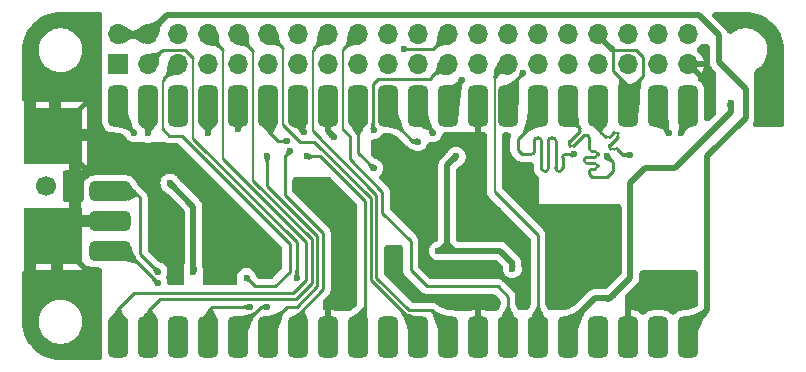
<source format=gbr>
%TF.GenerationSoftware,KiCad,Pcbnew,8.0.2*%
%TF.CreationDate,2024-05-17T00:49:12+07:00*%
%TF.ProjectId,ADC_pHAT,4144435f-7048-4415-942e-6b696361645f,rev?*%
%TF.SameCoordinates,PX5cbead0PY56c8cc0*%
%TF.FileFunction,Copper,L1,Top*%
%TF.FilePolarity,Positive*%
%FSLAX46Y46*%
G04 Gerber Fmt 4.6, Leading zero omitted, Abs format (unit mm)*
G04 Created by KiCad (PCBNEW 8.0.2) date 2024-05-17 00:49:12*
%MOMM*%
%LPD*%
G01*
G04 APERTURE LIST*
G04 Aperture macros list*
%AMRoundRect*
0 Rectangle with rounded corners*
0 $1 Rounding radius*
0 $2 $3 $4 $5 $6 $7 $8 $9 X,Y pos of 4 corners*
0 Add a 4 corners polygon primitive as box body*
4,1,4,$2,$3,$4,$5,$6,$7,$8,$9,$2,$3,0*
0 Add four circle primitives for the rounded corners*
1,1,$1+$1,$2,$3*
1,1,$1+$1,$4,$5*
1,1,$1+$1,$6,$7*
1,1,$1+$1,$8,$9*
0 Add four rect primitives between the rounded corners*
20,1,$1+$1,$2,$3,$4,$5,0*
20,1,$1+$1,$4,$5,$6,$7,0*
20,1,$1+$1,$6,$7,$8,$9,0*
20,1,$1+$1,$8,$9,$2,$3,0*%
G04 Aperture macros list end*
%TA.AperFunction,ComponentPad*%
%ADD10R,1.700000X1.700000*%
%TD*%
%TA.AperFunction,ComponentPad*%
%ADD11O,1.700000X1.700000*%
%TD*%
%TA.AperFunction,SMDPad,CuDef*%
%ADD12RoundRect,0.425000X-0.425000X1.325000X-0.425000X-1.325000X0.425000X-1.325000X0.425000X1.325000X0*%
%TD*%
%TA.AperFunction,SMDPad,CuDef*%
%ADD13RoundRect,0.425000X-1.325000X-0.425000X1.325000X-0.425000X1.325000X0.425000X-1.325000X0.425000X0*%
%TD*%
%TA.AperFunction,SMDPad,CuDef*%
%ADD14C,1.700000*%
%TD*%
%TA.AperFunction,SMDPad,CuDef*%
%ADD15R,4.900000X4.800000*%
%TD*%
%TA.AperFunction,ViaPad*%
%ADD16C,0.600000*%
%TD*%
%TA.AperFunction,ViaPad*%
%ADD17C,1.700000*%
%TD*%
%TA.AperFunction,Conductor*%
%ADD18C,1.000000*%
%TD*%
%TA.AperFunction,Conductor*%
%ADD19C,0.250000*%
%TD*%
%TA.AperFunction,Conductor*%
%ADD20C,0.500000*%
%TD*%
%TA.AperFunction,Conductor*%
%ADD21C,0.200000*%
%TD*%
G04 APERTURE END LIST*
D10*
%TO.P,J2,1,Pin_1*%
%TO.N,+3.3V*%
X8375000Y25050000D03*
D11*
%TO.P,J2,2,Pin_2*%
%TO.N,+5V*%
X8375000Y27590000D03*
%TO.P,J2,3,Pin_3*%
%TO.N,SDA*%
X10915000Y25050000D03*
%TO.P,J2,4,Pin_4*%
%TO.N,+5V*%
X10915000Y27590000D03*
%TO.P,J2,5,Pin_5*%
%TO.N,SCL*%
X13455000Y25050000D03*
%TO.P,J2,6,Pin_6*%
%TO.N,GNDA*%
X13455000Y27590000D03*
%TO.P,J2,7,Pin_7*%
%TO.N,GPIO9*%
X15995000Y25050000D03*
%TO.P,J2,8,Pin_8*%
%TO.N,TX*%
X15995000Y27590000D03*
%TO.P,J2,9,Pin_9*%
%TO.N,GNDA*%
X18535000Y25050000D03*
%TO.P,J2,10,Pin_10*%
%TO.N,RX*%
X18535000Y27590000D03*
%TO.P,J2,11,Pin_11*%
%TO.N,GPIO14*%
X21075000Y25050000D03*
%TO.P,J2,12,Pin_12*%
%TO.N,GPIO26_ADC0*%
X21075000Y27590000D03*
%TO.P,J2,13,Pin_13*%
%TO.N,GPIO15*%
X23615000Y25050000D03*
%TO.P,J2,14,Pin_14*%
%TO.N,GNDA*%
X23615000Y27590000D03*
%TO.P,J2,15,Pin_15*%
%TO.N,GPIO20*%
X26155000Y25050000D03*
%TO.P,J2,16,Pin_16*%
%TO.N,GPIO27_ADC1*%
X26155000Y27590000D03*
%TO.P,J2,17,Pin_17*%
%TO.N,GPIO21*%
X28695000Y25050000D03*
%TO.P,J2,18,Pin_18*%
%TO.N,GPIO28_ADC2*%
X28695000Y27590000D03*
%TO.P,J2,19,Pin_19*%
%TO.N,SPI_MO*%
X31235000Y25050000D03*
%TO.P,J2,20,Pin_20*%
%TO.N,unconnected-(J2-Pin_20-Pad20)*%
X31235000Y27590000D03*
%TO.P,J2,21,Pin_21*%
%TO.N,SPI_MI*%
X33775000Y25050000D03*
%TO.P,J2,22,Pin_22*%
%TO.N,GPIO22*%
X33775000Y27590000D03*
%TO.P,J2,23,Pin_23*%
%TO.N,SPI_CLK*%
X36315000Y25050000D03*
%TO.P,J2,24,Pin_24*%
%TO.N,SPI_CS*%
X36315000Y27590000D03*
%TO.P,J2,25,Pin_25*%
%TO.N,unconnected-(J2-Pin_25-Pad25)*%
X38855000Y25050000D03*
%TO.P,J2,26,Pin_26*%
%TO.N,unconnected-(J2-Pin_26-Pad26)*%
X38855000Y27590000D03*
%TO.P,J2,27,Pin_27*%
%TO.N,ADC_VREF*%
X41395000Y25050000D03*
%TO.P,J2,28,Pin_28*%
%TO.N,unconnected-(J2-Pin_28-Pad28)*%
X41395000Y27590000D03*
%TO.P,J2,29,Pin_29*%
%TO.N,unconnected-(J2-Pin_29-Pad29)*%
X43935000Y25050000D03*
%TO.P,J2,30,Pin_30*%
%TO.N,GNDA*%
X43935000Y27590000D03*
%TO.P,J2,31,Pin_31*%
%TO.N,unconnected-(J2-Pin_31-Pad31)*%
X46475000Y25050000D03*
%TO.P,J2,32,Pin_32*%
%TO.N,GPIO24*%
X46475000Y27590000D03*
%TO.P,J2,33,Pin_33*%
%TO.N,unconnected-(J2-Pin_33-Pad33)*%
X49015000Y25050000D03*
%TO.P,J2,34,Pin_34*%
%TO.N,GNDA*%
X49015000Y27590000D03*
%TO.P,J2,35,Pin_35*%
%TO.N,unconnected-(J2-Pin_35-Pad35)*%
X51555000Y25050000D03*
%TO.P,J2,36,Pin_36*%
%TO.N,GPIO25*%
X51555000Y27590000D03*
%TO.P,J2,37,Pin_37*%
%TO.N,unconnected-(J2-Pin_37-Pad37)*%
X54095000Y25050000D03*
%TO.P,J2,38,Pin_38*%
%TO.N,unconnected-(J2-Pin_38-Pad38)*%
X54095000Y27590000D03*
%TO.P,J2,39,Pin_39*%
%TO.N,GNDA*%
X56635000Y25050000D03*
%TO.P,J2,40,Pin_40*%
%TO.N,unconnected-(J2-Pin_40-Pad40)*%
X56635000Y27590000D03*
%TD*%
D12*
%TO.P,U1,1,GPIO0*%
%TO.N,GPIO0*%
X56630000Y21540000D03*
%TO.P,U1,2,GPIO1*%
%TO.N,GPIO1*%
X54090000Y21540000D03*
%TO.P,U1,3,GND*%
%TO.N,GNDA*%
X51550000Y21540000D03*
%TO.P,U1,4,GPIO2*%
%TO.N,GPIO2*%
X49010000Y21540000D03*
%TO.P,U1,5,GPIO3*%
%TO.N,GPIO3*%
X46470000Y21540000D03*
%TO.P,U1,6,GPIO4*%
%TO.N,GPIO4*%
X43930000Y21540000D03*
%TO.P,U1,7,GPIO5*%
%TO.N,GPIO5*%
X41390000Y21540000D03*
%TO.P,U1,8,GND*%
%TO.N,GNDA*%
X38850000Y21540000D03*
%TO.P,U1,9,GPIO6*%
%TO.N,GPIO6*%
X36310000Y21540000D03*
%TO.P,U1,10,GPIO7*%
%TO.N,GPIO7*%
X33770000Y21540000D03*
%TO.P,U1,11,GPIO8*%
%TO.N,ADC_CLK*%
X31230000Y21540000D03*
%TO.P,U1,12,GPIO9*%
%TO.N,GPIO9*%
X28690000Y21540000D03*
%TO.P,U1,13,GND*%
%TO.N,GNDA*%
X26150000Y21540000D03*
%TO.P,U1,14,GPIO10*%
%TO.N,SPI_CLK*%
X23610000Y21540000D03*
%TO.P,U1,15,GPIO11*%
%TO.N,SPI_MO*%
X21070000Y21540000D03*
%TO.P,U1,16,GPIO12*%
%TO.N,SPI_MI*%
X18530000Y21540000D03*
%TO.P,U1,17,GPIO13*%
%TO.N,SPI_CS*%
X15990000Y21540000D03*
%TO.P,U1,18,GND*%
%TO.N,GNDA*%
X13450000Y21540000D03*
%TO.P,U1,19,GPIO14*%
%TO.N,GPIO14*%
X10910000Y21540000D03*
%TO.P,U1,20,GPIO15*%
%TO.N,GPIO15*%
X8370000Y21540000D03*
%TO.P,U1,21,GPIO16*%
%TO.N,TX*%
X8370000Y1960000D03*
%TO.P,U1,22,GPIO17*%
%TO.N,RX*%
X10910000Y1960000D03*
%TO.P,U1,23,GND*%
%TO.N,GNDA*%
X13450000Y1960000D03*
%TO.P,U1,24,GPIO18*%
%TO.N,SDA*%
X15990000Y1960000D03*
%TO.P,U1,25,GPIO19*%
%TO.N,SCL*%
X18530000Y1960000D03*
%TO.P,U1,26,GPIO20*%
%TO.N,GPIO20*%
X21070000Y1960000D03*
%TO.P,U1,27,GPIO21*%
%TO.N,GPIO21*%
X23610000Y1960000D03*
%TO.P,U1,28,GND*%
%TO.N,GNDA*%
X26150000Y1960000D03*
%TO.P,U1,29,GPIO22*%
%TO.N,GPIO22*%
X28690000Y1960000D03*
%TO.P,U1,30,RUN*%
%TO.N,unconnected-(U1-RUN-Pad30)*%
X31230000Y1960000D03*
%TO.P,U1,31,GPIO26_ADC0*%
%TO.N,GPIO26_ADC0*%
X33770000Y1960000D03*
%TO.P,U1,32,GPIO27_ADC1*%
%TO.N,GPIO27_ADC1*%
X36310000Y1960000D03*
%TO.P,U1,33,AGND*%
%TO.N,GNDA*%
X38850000Y1960000D03*
%TO.P,U1,34,GPIO28_ADC2*%
%TO.N,GPIO28_ADC2*%
X41390000Y1960000D03*
%TO.P,U1,35,ADC_VREF*%
%TO.N,ADC_VREF*%
X43930000Y1960000D03*
%TO.P,U1,36,3V3*%
%TO.N,+3.3V*%
X46470000Y1960000D03*
%TO.P,U1,37,3V3_EN*%
%TO.N,unconnected-(U1-3V3_EN-Pad37)*%
X49010000Y1960000D03*
%TO.P,U1,38,GND*%
%TO.N,GNDA*%
X51550000Y1960000D03*
%TO.P,U1,39,VSYS*%
%TO.N,unconnected-(U1-VSYS-Pad39)*%
X54090000Y1960000D03*
%TO.P,U1,40,VBUS*%
%TO.N,+5V*%
X56630000Y1960000D03*
D13*
%TO.P,U1,41,SWCLK*%
%TO.N,GPIO25*%
X7700000Y14290000D03*
%TO.P,U1,42,GND*%
%TO.N,GNDA*%
X7700000Y11750000D03*
%TO.P,U1,43,SWDIO*%
%TO.N,GPIO24*%
X7700000Y9210000D03*
%TD*%
D14*
%TO.P, ,1*%
%TO.N,N/C*%
X2250000Y14750000D03*
%TD*%
D15*
%TO.P,J1,2,Ext*%
%TO.N,GNDA*%
X2825000Y19000000D03*
X2825000Y10500000D03*
%TD*%
D16*
%TO.N,GNDA*%
X46000000Y9000000D03*
X39000000Y20750000D03*
X53250000Y6750000D03*
X13500000Y750000D03*
X10650000Y16450000D03*
X4000000Y13750000D03*
X17250000Y10500000D03*
X59500000Y29000000D03*
X27000000Y14250000D03*
X13450000Y22900000D03*
X26000000Y4500000D03*
X21525000Y7525000D03*
X58250000Y24500000D03*
X41200000Y18950000D03*
X43000000Y8000000D03*
X40500000Y12700000D03*
X62750000Y20250000D03*
X13500000Y6750000D03*
X31750000Y18750000D03*
X40500000Y11750000D03*
X32200000Y7750000D03*
X51500000Y3250000D03*
X13000000Y7500000D03*
X31250000Y7750000D03*
X40212500Y5000000D03*
X7800000Y18850000D03*
X26650000Y18900000D03*
X42750000Y15000000D03*
X35750000Y7750000D03*
X9050000Y16450000D03*
X40500000Y10500000D03*
X45500000Y4750000D03*
X4000000Y15750000D03*
X16000000Y10500000D03*
X32200000Y9250000D03*
X62750000Y22000000D03*
X5000000Y15750000D03*
X42750000Y16000000D03*
X42750000Y10400000D03*
X30250000Y17500000D03*
X34750000Y7750000D03*
X31000000Y15500000D03*
X43000000Y4750000D03*
X42750000Y14000000D03*
X64250000Y24500000D03*
X12000000Y16450000D03*
X45000000Y8000000D03*
X51500000Y2000000D03*
X50000000Y8250000D03*
X58000000Y26250000D03*
X39000000Y7750000D03*
X40250000Y7750000D03*
X47250000Y8000000D03*
X26000000Y14250000D03*
X39000000Y21750000D03*
X5000000Y13750000D03*
X21500000Y8625000D03*
X58500000Y20750000D03*
X17500000Y7250000D03*
X26000000Y3000000D03*
%TO.N,SDA*%
X19500000Y4500000D03*
X23500000Y7000000D03*
%TO.N,+3.3V*%
X50000000Y5250000D03*
X14750000Y7500000D03*
X12750000Y15000000D03*
X60250000Y21750000D03*
%TO.N,SCL*%
X19250000Y7000000D03*
X21000000Y4500000D03*
%TO.N,GPIO14*%
X10900000Y19200000D03*
%TO.N,GPIO25*%
X11750000Y7500000D03*
%TO.N,GPIO15*%
X9750000Y19250000D03*
%TO.N,GPIO24*%
X11750000Y6500000D03*
%TO.N,SPI_MI*%
X18500000Y19600000D03*
%TO.N,GPIO20*%
X21000000Y17250000D03*
%TO.N,SPI_MO*%
X22700000Y18550000D03*
%TO.N,GPIO9*%
X30000000Y16250000D03*
%TO.N,GPIO21*%
X22950000Y17700000D03*
%TO.N,SPI_CLK*%
X30000000Y19500000D03*
X24075000Y19325000D03*
%TO.N,SPI_CS*%
X32550000Y26350000D03*
X15990000Y19250000D03*
%TO.N,GPIO22*%
X24400000Y17250000D03*
%TO.N,ADC_CLK*%
X33750000Y18500000D03*
%TO.N,GPIO2*%
X51750000Y17400000D03*
%TO.N,GPIO7*%
X35000000Y19250000D03*
%TO.N,GPIO5*%
X42675000Y24325000D03*
%TO.N,GPIO3*%
X49750000Y17250000D03*
%TO.N,GPIO1*%
X55000000Y19250000D03*
%TO.N,GPIO6*%
X37500000Y23750000D03*
%TO.N,GPIO0*%
X56000000Y19250000D03*
%TO.N,GPIO4*%
X47000000Y17425000D03*
D17*
%TO.N,Net-(J1-In)*%
X2250000Y14750000D03*
D16*
%TO.N,/VA*%
X41750000Y7750000D03*
X37000000Y17250000D03*
X35500000Y9250000D03*
%TD*%
D18*
%TO.N,GNDA*%
X4750000Y10675000D02*
X4750000Y14150000D01*
D19*
X49015000Y27485000D02*
X49015000Y27590000D01*
D20*
X50250000Y26250000D02*
X49015000Y27485000D01*
X38850000Y2860000D02*
X38850000Y1588298D01*
D19*
X50300000Y26200000D02*
X50300000Y24450000D01*
D20*
X56635000Y25050000D02*
X56700000Y25050000D01*
D18*
X900000Y6462500D02*
X900000Y9937500D01*
D19*
X50300000Y24450000D02*
X51550000Y23200000D01*
D18*
X4750000Y14162500D02*
X4750000Y17637500D01*
D19*
X52850000Y25650000D02*
X52850000Y24100000D01*
X50250000Y26250000D02*
X50300000Y26300000D01*
X50300000Y26300000D02*
X52200000Y26300000D01*
D20*
X4075000Y11750000D02*
X2825000Y10500000D01*
X26650000Y18900000D02*
X26150000Y19400000D01*
D19*
X52200000Y26300000D02*
X52850000Y25650000D01*
D20*
X56700000Y25050000D02*
X58250000Y23500000D01*
D18*
X3200000Y6762500D02*
X3200000Y10237500D01*
D19*
X52850000Y24100000D02*
X51550000Y22800000D01*
D18*
X900000Y19212500D02*
X900000Y22687500D01*
D19*
X50250000Y26250000D02*
X50300000Y26200000D01*
D18*
X8600000Y11750000D02*
X4075000Y11750000D01*
D19*
X51550000Y22800000D02*
X51550000Y20640000D01*
D18*
X3050000Y19312500D02*
X3050000Y22787500D01*
D20*
X26150000Y19400000D02*
X26150000Y20640000D01*
D18*
X6587500Y19050000D02*
X3112500Y19050000D01*
D19*
X51550000Y23200000D02*
X51550000Y20640000D01*
%TO.N,SDA*%
X19500000Y4500000D02*
X16350000Y4500000D01*
X14050000Y26300000D02*
X12165000Y26300000D01*
X14750000Y25600000D02*
X14050000Y26300000D01*
D21*
X14750000Y18750000D02*
X14750000Y25600000D01*
D19*
X23500000Y10000000D02*
X14750000Y18750000D01*
X23500000Y7000000D02*
X23500000Y10000000D01*
X15990000Y4140000D02*
X15990000Y2860000D01*
X16350000Y4500000D02*
X15990000Y4140000D01*
X12165000Y26300000D02*
X10915000Y25050000D01*
D20*
%TO.N,+3.3V*%
X14750000Y7500000D02*
X14750000Y13000000D01*
X55500000Y16250000D02*
X53000000Y16250000D01*
X51750000Y7000000D02*
X50000000Y5250000D01*
X46470000Y2970000D02*
X46470000Y2860000D01*
X60250000Y21000000D02*
X55500000Y16250000D01*
X14750000Y13000000D02*
X12750000Y15000000D01*
X48750000Y5250000D02*
X46470000Y2970000D01*
X60250000Y21750000D02*
X60250000Y21000000D01*
X51750000Y15000000D02*
X51750000Y7000000D01*
X53000000Y16250000D02*
X51750000Y15000000D01*
X50000000Y5250000D02*
X48750000Y5250000D01*
D19*
%TO.N,SCL*%
X20000000Y6250000D02*
X21650000Y6250000D01*
X20500000Y4500000D02*
X18860000Y2860000D01*
X18860000Y2860000D02*
X18530000Y2860000D01*
X12150000Y23745000D02*
X13455000Y25050000D01*
X21000000Y4500000D02*
X20500000Y4500000D01*
X22900000Y9850000D02*
X13750000Y19000000D01*
X13750000Y19000000D02*
X12700000Y19000000D01*
D21*
X12150000Y19550000D02*
X12150000Y23745000D01*
D19*
X22900000Y7500000D02*
X22900000Y9850000D01*
X19250000Y7000000D02*
X20000000Y6250000D01*
X12700000Y19000000D02*
X12150000Y19550000D01*
X21650000Y6250000D02*
X22900000Y7500000D01*
%TO.N,GPIO14*%
X10900000Y19200000D02*
X10910000Y19210000D01*
X10910000Y19210000D02*
X10910000Y20640000D01*
%TO.N,GPIO25*%
X11750000Y7500000D02*
X10250000Y9000000D01*
X9710000Y14290000D02*
X8600000Y14290000D01*
X10250000Y13750000D02*
X9710000Y14290000D01*
X10250000Y9000000D02*
X10250000Y13750000D01*
%TO.N,GPIO15*%
X9750000Y19250000D02*
X9750000Y19260000D01*
X9750000Y19260000D02*
X8370000Y20640000D01*
D21*
%TO.N,GPIO28_ADC2*%
X27450000Y19500000D02*
X27450000Y26345000D01*
D19*
X30750000Y12500000D02*
X30750000Y14250000D01*
X33150000Y10100000D02*
X30750000Y12500000D01*
X34500000Y6250000D02*
X33150000Y7600000D01*
X28000000Y17000000D02*
X28000000Y18950000D01*
X41390000Y2860000D02*
X41390000Y5360000D01*
X41390000Y5360000D02*
X40500000Y6250000D01*
X27450000Y26345000D02*
X28695000Y27590000D01*
X30750000Y14250000D02*
X28000000Y17000000D01*
X33150000Y7600000D02*
X33150000Y10100000D01*
X28000000Y18950000D02*
X27450000Y19500000D01*
X40500000Y6250000D02*
X34500000Y6250000D01*
D20*
%TO.N,+5V*%
X8375000Y27590000D02*
X10915000Y27590000D01*
X56860000Y2860000D02*
X58250000Y4250000D01*
X58250000Y4250000D02*
X58250000Y17250000D01*
X61500000Y23000000D02*
X59250000Y25250000D01*
X57550000Y29200000D02*
X12525000Y29200000D01*
X58250000Y17250000D02*
X61500000Y20500000D01*
X59250000Y25250000D02*
X59250000Y27500000D01*
X59250000Y27500000D02*
X57550000Y29200000D01*
X56630000Y2860000D02*
X56860000Y2860000D01*
X12525000Y29200000D02*
X10915000Y27590000D01*
X61500000Y20500000D02*
X61500000Y23000000D01*
D19*
%TO.N,ADC_VREF*%
X43930000Y2860000D02*
X43930000Y10570000D01*
X41300000Y25050000D02*
X41395000Y25050000D01*
X40250000Y24000000D02*
X41300000Y25050000D01*
X43930000Y10570000D02*
X40250000Y14250000D01*
D21*
X40250000Y14250000D02*
X40250000Y24000000D01*
D19*
%TO.N,GPIO24*%
X9040000Y9210000D02*
X8600000Y9210000D01*
X11750000Y6500000D02*
X9040000Y9210000D01*
%TO.N,SPI_MI*%
X18530000Y19630000D02*
X18530000Y20640000D01*
X18500000Y19600000D02*
X18530000Y19630000D01*
%TO.N,GPIO20*%
X23500000Y4500000D02*
X22710000Y4500000D01*
X21000000Y17250000D02*
X21000000Y14750000D01*
X21000000Y14750000D02*
X25250000Y10500000D01*
X25250000Y6250000D02*
X23500000Y4500000D01*
X22710000Y4500000D02*
X21070000Y2860000D01*
X25250000Y10500000D02*
X25250000Y6250000D01*
%TO.N,SPI_MO*%
X22700000Y18550000D02*
X21910000Y18550000D01*
X21910000Y18550000D02*
X21070000Y19390000D01*
X21070000Y19390000D02*
X21070000Y20640000D01*
%TO.N,GPIO9*%
X28690000Y17560000D02*
X28690000Y20640000D01*
X30000000Y16250000D02*
X28690000Y17560000D01*
%TO.N,GPIO21*%
X22500000Y14000000D02*
X25750000Y10750000D01*
X23610000Y3860000D02*
X23610000Y2860000D01*
X25750000Y10750000D02*
X25750000Y6000000D01*
X22950000Y17700000D02*
X22500000Y17250000D01*
X25750000Y6000000D02*
X23610000Y3860000D01*
X22500000Y17250000D02*
X22500000Y14000000D01*
%TO.N,GPIO27_ADC1*%
X33000000Y4250000D02*
X30250000Y7000000D01*
X30250000Y7000000D02*
X30250000Y14000000D01*
X30250000Y14000000D02*
X24850000Y19400000D01*
X36310000Y2860000D02*
X34920000Y4250000D01*
D21*
X24850000Y19400000D02*
X24850000Y26285000D01*
D19*
X24850000Y26285000D02*
X26155000Y27590000D01*
X34920000Y4250000D02*
X33000000Y4250000D01*
%TO.N,SPI_CLK*%
X23610000Y19790000D02*
X23610000Y20640000D01*
X29950000Y19550000D02*
X29950000Y23400000D01*
X30350000Y23800000D02*
X29950000Y23400000D01*
X34750000Y23800000D02*
X30350000Y23800000D01*
X24075000Y19325000D02*
X23610000Y19790000D01*
X30000000Y19500000D02*
X29950000Y19550000D01*
X36000000Y25050000D02*
X34750000Y23800000D01*
X36315000Y25050000D02*
X36000000Y25050000D01*
%TO.N,RX*%
X11950000Y5200000D02*
X23450000Y5200000D01*
X23450000Y5200000D02*
X24750000Y6500000D01*
X19800000Y26200000D02*
X18535000Y27465000D01*
X24750000Y6500000D02*
X24750000Y10250000D01*
D21*
X19800000Y15200000D02*
X19800000Y26200000D01*
D19*
X10910000Y4160000D02*
X11950000Y5200000D01*
X24750000Y10250000D02*
X19800000Y15200000D01*
X18535000Y27465000D02*
X18535000Y27590000D01*
X10910000Y2860000D02*
X10910000Y4160000D01*
%TO.N,TX*%
X17250000Y26250000D02*
X15995000Y27505000D01*
X9700000Y5700000D02*
X23200000Y5700000D01*
X8370000Y4370000D02*
X9700000Y5700000D01*
X24250000Y10000000D02*
X17250000Y17000000D01*
X24250000Y6750000D02*
X24250000Y10000000D01*
X23200000Y5700000D02*
X24250000Y6750000D01*
X15995000Y27505000D02*
X15995000Y27590000D01*
X8370000Y2860000D02*
X8370000Y4370000D01*
D21*
X17250000Y17000000D02*
X17250000Y26250000D01*
D19*
%TO.N,SPI_CS*%
X35075000Y26350000D02*
X36315000Y27590000D01*
X15990000Y19250000D02*
X15990000Y20640000D01*
X32550000Y26350000D02*
X35075000Y26350000D01*
D21*
%TO.N,GPIO26_ADC0*%
X22350000Y19900000D02*
X22350000Y26400000D01*
D19*
X33640000Y2860000D02*
X29750000Y6750000D01*
X21160000Y27590000D02*
X21075000Y27590000D01*
X29750000Y13750000D02*
X25000000Y18500000D01*
X22350000Y26400000D02*
X21160000Y27590000D01*
X25000000Y18500000D02*
X23750000Y18500000D01*
X29750000Y6750000D02*
X29750000Y13750000D01*
X33770000Y2860000D02*
X33640000Y2860000D01*
X23750000Y18500000D02*
X22350000Y19900000D01*
%TO.N,GPIO22*%
X24400000Y17250000D02*
X25500000Y17250000D01*
X25500000Y17250000D02*
X29250000Y13500000D01*
X29250000Y13500000D02*
X29250000Y3420000D01*
X29250000Y3420000D02*
X28690000Y2860000D01*
%TO.N,ADC_CLK*%
X33750000Y18500000D02*
X33370000Y18500000D01*
X33370000Y18500000D02*
X31230000Y20640000D01*
X31230000Y20640000D02*
X31230000Y22980000D01*
%TO.N,GPIO2*%
X50678283Y19201078D02*
X50607572Y19271789D01*
X49589338Y18960662D02*
X49275000Y19275000D01*
X49275000Y19275000D02*
X49010000Y19540000D01*
X49985318Y18225271D02*
X50013603Y18253555D01*
X50324729Y19271789D02*
X49942891Y18889952D01*
X49660048Y18889952D02*
X49589338Y18960662D01*
X50013603Y18253555D02*
X50678283Y18918236D01*
X49010000Y19540000D02*
X49010000Y20640000D01*
X51750000Y17400000D02*
X51150000Y17400000D01*
X51150000Y17400000D02*
X50650000Y17900000D01*
X50056030Y17871716D02*
X49985319Y17942427D01*
X50367156Y17900001D02*
X50338872Y17871716D01*
X50338872Y17871716D02*
G75*
G02*
X50056030Y17871716I-141421J141426D01*
G01*
X49942891Y18889952D02*
G75*
G02*
X49660049Y18889952I-141421J141420D01*
G01*
X50650000Y17900000D02*
G75*
G03*
X50367179Y17899979I-141400J-141400D01*
G01*
X50678283Y18918236D02*
G75*
G03*
X50678326Y19201121I-141383J141464D01*
G01*
X50607572Y19271789D02*
G75*
G03*
X50324730Y19271789I-141421J-141420D01*
G01*
X49985319Y17942427D02*
G75*
G02*
X49985367Y18225221I141381J141373D01*
G01*
%TO.N,GPIO7*%
X33770000Y20640000D02*
X33770000Y20480000D01*
X35000000Y19410000D02*
X33770000Y20640000D01*
X35000000Y19250000D02*
X35000000Y19410000D01*
%TO.N,GPIO5*%
X41390000Y23040000D02*
X41390000Y20640000D01*
X42675000Y24325000D02*
X41390000Y23040000D01*
%TO.N,GPIO3*%
X48975881Y16400000D02*
X48975881Y16500000D01*
X49750000Y17250000D02*
X50250000Y16750000D01*
X48250000Y18250000D02*
X48250000Y18860000D01*
X48250000Y18000000D02*
X48250000Y18250000D01*
X48975860Y17400000D02*
X48975860Y17500000D01*
X47372893Y19737107D02*
X47305000Y19805000D01*
X48450000Y16700000D02*
X48024130Y16700000D01*
X50250000Y16000000D02*
X49750000Y15500000D01*
X47443602Y19666398D02*
X47372893Y19737107D01*
X48775860Y17700000D02*
X48450000Y17700000D01*
X48250000Y17900000D02*
X48250000Y18000000D01*
X50250000Y16750000D02*
X50250000Y16000000D01*
X48450000Y16200000D02*
X48775881Y16200000D01*
X46552648Y18492600D02*
X47443601Y19383556D01*
X48250000Y18860000D02*
X48080000Y19030000D01*
X48775881Y16700000D02*
X48450000Y16700000D01*
X48250000Y17200000D02*
X48775860Y17200000D01*
X46623358Y18139047D02*
X46552647Y18209758D01*
X48250000Y15750000D02*
X48250000Y16000000D01*
X47797156Y19030001D02*
X46906202Y18139046D01*
X47305000Y19805000D02*
X46470000Y20640000D01*
X48500000Y15500000D02*
X48250000Y15750000D01*
X47824130Y16900000D02*
X47824130Y17000000D01*
X48024130Y17200000D02*
X48250000Y17200000D01*
X49750000Y15500000D02*
X48500000Y15500000D01*
X48024130Y16700000D02*
G75*
G02*
X47824100Y16900000I-30J200000D01*
G01*
X48080000Y19030000D02*
G75*
G03*
X47797179Y19029979I-141400J-141400D01*
G01*
X46906202Y18139046D02*
G75*
G02*
X46623377Y18139066I-141402J141454D01*
G01*
X48775860Y17200000D02*
G75*
G03*
X48975900Y17400000I40J200000D01*
G01*
X48450000Y17700000D02*
G75*
G02*
X48250000Y17900000I0J200000D01*
G01*
X46552647Y18209758D02*
G75*
G02*
X46552626Y18492621I141453J141442D01*
G01*
X47824130Y17000000D02*
G75*
G02*
X48024130Y17199970I199970J0D01*
G01*
X47443601Y19383556D02*
G75*
G03*
X47443625Y19666421I-141401J141444D01*
G01*
X48975860Y17500000D02*
G75*
G03*
X48775860Y17699960I-199960J0D01*
G01*
X48975881Y16500000D02*
G75*
G03*
X48775881Y16699981I-199981J0D01*
G01*
X48775881Y16200000D02*
G75*
G03*
X48975900Y16400000I19J200000D01*
G01*
X48250000Y16000000D02*
G75*
G02*
X48450000Y16200000I200000J0D01*
G01*
%TO.N,GPIO1*%
X54090000Y20160000D02*
X54090000Y20640000D01*
X55000000Y19250000D02*
X54090000Y20160000D01*
%TO.N,GPIO6*%
X36310000Y22560000D02*
X36310000Y20640000D01*
X37500000Y23750000D02*
X36310000Y22560000D01*
%TO.N,GPIO0*%
X56000000Y19250000D02*
X56630000Y19880000D01*
X56630000Y19880000D02*
X56630000Y20640000D01*
%TO.N,GPIO4*%
X43970000Y18830648D02*
X43850000Y18830648D01*
X42575000Y17425000D02*
X42200000Y17800000D01*
X45410000Y16259352D02*
X45410000Y17185000D01*
X43250000Y17425000D02*
X42900000Y17425000D01*
X46010000Y17185000D02*
X46010000Y16259352D01*
X42200000Y18700000D02*
X43930000Y20430000D01*
X44810000Y17425000D02*
X44810000Y16259350D01*
X42900000Y17425000D02*
X42575000Y17425000D01*
X42200000Y17800000D02*
X42200000Y18700000D01*
X45410000Y17185000D02*
X45410000Y18590648D01*
X43610000Y18590648D02*
X43610000Y17665000D01*
X44210000Y16259350D02*
X44210000Y17425000D01*
X44210000Y17425000D02*
X44210000Y18590648D01*
X43930000Y20430000D02*
X43930000Y20640000D01*
X47000000Y17425000D02*
X46250000Y17425000D01*
X45170000Y18830648D02*
X45050000Y18830648D01*
X44810000Y18590648D02*
X44810000Y17425000D01*
X44570000Y16019350D02*
X44450000Y16019350D01*
X43370000Y17425000D02*
X43250000Y17425000D01*
X45770000Y16019352D02*
X45650000Y16019352D01*
X45410000Y18590648D02*
G75*
G03*
X45170000Y18830600I-240000J-48D01*
G01*
X44450000Y16019350D02*
G75*
G02*
X44210050Y16259350I0J239950D01*
G01*
X43610000Y17665000D02*
G75*
G02*
X43370000Y17425000I-240000J0D01*
G01*
X43850000Y18830648D02*
G75*
G03*
X43609952Y18590648I0J-240048D01*
G01*
X45650000Y16019352D02*
G75*
G02*
X45409952Y16259352I0J240048D01*
G01*
X44210000Y18590648D02*
G75*
G03*
X43970000Y18830600I-240000J-48D01*
G01*
X44810000Y16259350D02*
G75*
G02*
X44570000Y16019300I-240000J-50D01*
G01*
X45050000Y18830648D02*
G75*
G03*
X44809952Y18590648I0J-240048D01*
G01*
X46250000Y17425000D02*
G75*
G03*
X46010000Y17185000I0J-240000D01*
G01*
X46010000Y16259352D02*
G75*
G02*
X45770000Y16019400I-240000J48D01*
G01*
D20*
%TO.N,/VA*%
X36250000Y10050000D02*
X36250000Y9850000D01*
X40750000Y9250000D02*
X36950000Y9250000D01*
X41750000Y7750000D02*
X41750000Y8250000D01*
X36250000Y10050000D02*
X36250000Y16500000D01*
X35500000Y9250000D02*
X36950000Y9250000D01*
X36250000Y16500000D02*
X37000000Y17250000D01*
X41750000Y8250000D02*
X40750000Y9250000D01*
X36250000Y9850000D02*
X35650000Y9250000D01*
X36850000Y9250000D02*
X36950000Y9250000D01*
X35650000Y9250000D02*
X35500000Y9250000D01*
X36250000Y9850000D02*
X36850000Y9250000D01*
%TD*%
%TA.AperFunction,Conductor*%
%TO.N,SPI_CLK*%
G36*
X30072598Y20086627D02*
G01*
X30075976Y20079424D01*
X30086537Y19964373D01*
X30117700Y19879922D01*
X30117701Y19879920D01*
X30154707Y19823828D01*
X30163311Y19810787D01*
X30198499Y19759664D01*
X30217750Y19731694D01*
X30218546Y19730353D01*
X30271465Y19626039D01*
X30272152Y19617111D01*
X30266324Y19610312D01*
X30265542Y19609950D01*
X30004511Y19500885D01*
X29995556Y19500858D01*
X29995489Y19500885D01*
X29733583Y19610315D01*
X29727271Y19616667D01*
X29727277Y19625572D01*
X29769177Y19727126D01*
X29798978Y19809100D01*
X29815825Y19882439D01*
X29823304Y19968853D01*
X29824839Y20078518D01*
X29828381Y20086742D01*
X29836538Y20090054D01*
X30064325Y20090054D01*
X30072598Y20086627D01*
G37*
%TD.AperFunction*%
%TD*%
%TA.AperFunction,Conductor*%
%TO.N,GPIO20*%
G36*
X21266002Y17139859D02*
G01*
X21272314Y17133507D01*
X21272287Y17124552D01*
X21272130Y17124195D01*
X21224082Y17019177D01*
X21223856Y17018711D01*
X21181574Y16936168D01*
X21150541Y16862980D01*
X21131483Y16775536D01*
X21131482Y16775532D01*
X21125573Y16661097D01*
X21121724Y16653011D01*
X21113889Y16650000D01*
X20886111Y16650000D01*
X20877838Y16653427D01*
X20874427Y16661096D01*
X20868516Y16775533D01*
X20868515Y16775536D01*
X20868515Y16775542D01*
X20849459Y16862975D01*
X20818429Y16936156D01*
X20776134Y17018724D01*
X20775915Y17019177D01*
X20727867Y17124197D01*
X20727542Y17133144D01*
X20733639Y17139702D01*
X20733945Y17139837D01*
X20995490Y17249117D01*
X21004444Y17249143D01*
X21266002Y17139859D01*
G37*
%TD.AperFunction*%
%TD*%
%TA.AperFunction,Conductor*%
%TO.N,SPI_CS*%
G36*
X35541577Y27910378D02*
G01*
X36311215Y27592562D01*
X36317552Y27586239D01*
X36317562Y27586215D01*
X36635372Y26816590D01*
X36635363Y26807635D01*
X36629024Y26801310D01*
X36627984Y26800937D01*
X36272835Y26692171D01*
X36270855Y26691748D01*
X35984720Y26656111D01*
X35984679Y26656106D01*
X35737870Y26626244D01*
X35737861Y26626242D01*
X35490379Y26531107D01*
X35209485Y26306082D01*
X35200886Y26303584D01*
X35193897Y26306940D01*
X35031939Y26468898D01*
X35028512Y26477171D01*
X35031080Y26484484D01*
X35256104Y26765381D01*
X35351241Y27012865D01*
X35381107Y27259711D01*
X35416745Y27545861D01*
X35417168Y27547837D01*
X35430298Y27590707D01*
X35525936Y27902986D01*
X35531635Y27909892D01*
X35540549Y27910746D01*
X35541577Y27910378D01*
G37*
%TD.AperFunction*%
%TD*%
%TA.AperFunction,Conductor*%
%TO.N,ADC_CLK*%
G36*
X32076762Y20987037D02*
G01*
X32083088Y20980699D01*
X32083544Y20979376D01*
X32192995Y20587011D01*
X32305975Y20225493D01*
X32305979Y20225481D01*
X32418969Y19907430D01*
X32531959Y19632879D01*
X32589569Y19515072D01*
X32641278Y19409333D01*
X32641834Y19400395D01*
X32639040Y19395920D01*
X32474772Y19231652D01*
X32466499Y19228225D01*
X32460271Y19230020D01*
X32304562Y19327929D01*
X32302517Y19329561D01*
X32252266Y19379813D01*
X32252263Y19379815D01*
X32252262Y19379816D01*
X32099522Y19475789D01*
X32099520Y19475790D01*
X32099518Y19475791D01*
X31929256Y19535368D01*
X31929247Y19535370D01*
X31926919Y19535632D01*
X31923064Y19536760D01*
X31832077Y19581528D01*
X31832079Y19581528D01*
X31514016Y19694523D01*
X31195980Y19764010D01*
X31195971Y19764011D01*
X30893902Y19788694D01*
X30885936Y19792783D01*
X30883194Y19801308D01*
X30884041Y19804822D01*
X30926427Y19907443D01*
X31227438Y20636218D01*
X31233761Y20642553D01*
X32067807Y20987046D01*
X32076762Y20987037D01*
G37*
%TD.AperFunction*%
%TD*%
%TA.AperFunction,Conductor*%
%TO.N,GPIO21*%
G36*
X22684005Y17810219D02*
G01*
X22850992Y17741652D01*
X22946184Y17702564D01*
X22952536Y17696252D01*
X22952563Y17696185D01*
X23060210Y17434026D01*
X23060183Y17425071D01*
X23053831Y17418759D01*
X23053468Y17418617D01*
X22945240Y17378336D01*
X22944751Y17378166D01*
X22856463Y17349688D01*
X22856449Y17349683D01*
X22782787Y17319889D01*
X22782779Y17319884D01*
X22707480Y17271534D01*
X22707479Y17271532D01*
X22622376Y17194789D01*
X22613937Y17191794D01*
X22606268Y17195205D01*
X22445204Y17356269D01*
X22441777Y17364542D01*
X22444787Y17372375D01*
X22521533Y17457482D01*
X22569882Y17532781D01*
X22599688Y17606469D01*
X22628175Y17694792D01*
X22628314Y17695192D01*
X22668616Y17803471D01*
X22674714Y17810027D01*
X22683662Y17810353D01*
X22684005Y17810219D01*
G37*
%TD.AperFunction*%
%TD*%
%TA.AperFunction,Conductor*%
%TO.N,GPIO14*%
G36*
X11032081Y19794584D02*
G01*
X11035496Y19786830D01*
X11040530Y19673399D01*
X11040531Y19673388D01*
X11057284Y19586139D01*
X11057285Y19586135D01*
X11085485Y19512882D01*
X11125289Y19430396D01*
X11125427Y19430101D01*
X11172247Y19325762D01*
X11172507Y19316811D01*
X11166362Y19310297D01*
X11166083Y19310176D01*
X10904511Y19200885D01*
X10895556Y19200858D01*
X10895489Y19200885D01*
X10634088Y19310104D01*
X10627776Y19316456D01*
X10627803Y19325411D01*
X10627990Y19325832D01*
X10677004Y19430695D01*
X10677314Y19431306D01*
X10722048Y19513212D01*
X10756005Y19585639D01*
X10777497Y19672501D01*
X10784342Y19787010D01*
X10788256Y19795063D01*
X10796021Y19798011D01*
X11023808Y19798011D01*
X11032081Y19794584D01*
G37*
%TD.AperFunction*%
%TD*%
%TA.AperFunction,Conductor*%
%TO.N,GPIO27_ADC1*%
G36*
X25381577Y27910378D02*
G01*
X26151215Y27592562D01*
X26157552Y27586239D01*
X26157562Y27586215D01*
X26475372Y26816590D01*
X26475363Y26807635D01*
X26469024Y26801310D01*
X26467984Y26800937D01*
X26112835Y26692171D01*
X26110855Y26691748D01*
X25824720Y26656111D01*
X25824679Y26656106D01*
X25577870Y26626244D01*
X25577861Y26626242D01*
X25330379Y26531107D01*
X25049485Y26306082D01*
X25040886Y26303584D01*
X25033897Y26306940D01*
X24871939Y26468898D01*
X24868512Y26477171D01*
X24871080Y26484484D01*
X25096104Y26765381D01*
X25191241Y27012865D01*
X25221107Y27259711D01*
X25256745Y27545861D01*
X25257168Y27547837D01*
X25270298Y27590707D01*
X25365936Y27902986D01*
X25371635Y27909892D01*
X25380549Y27910746D01*
X25381577Y27910378D01*
G37*
%TD.AperFunction*%
%TD*%
%TA.AperFunction,Conductor*%
%TO.N,RX*%
G36*
X11112755Y4522650D02*
G01*
X11114411Y4521274D01*
X11279415Y4356270D01*
X11282119Y4352047D01*
X11370513Y4112448D01*
X11459791Y3900778D01*
X11549083Y3719396D01*
X11638362Y3568363D01*
X11638366Y3568357D01*
X11720597Y3457175D01*
X11722761Y3448486D01*
X11718147Y3440811D01*
X11718020Y3440718D01*
X10917373Y2865103D01*
X10908655Y2863056D01*
X10902262Y2866338D01*
X10328907Y3440811D01*
X10195072Y3574907D01*
X10191654Y3583182D01*
X10195089Y3591452D01*
X10197348Y3593213D01*
X10368474Y3695501D01*
X10552469Y3845062D01*
X10662415Y3958085D01*
X10736453Y4034193D01*
X10736463Y4034204D01*
X10799406Y4112448D01*
X10920459Y4262928D01*
X11096491Y4519620D01*
X11103994Y4524503D01*
X11112755Y4522650D01*
G37*
%TD.AperFunction*%
%TD*%
%TA.AperFunction,Conductor*%
%TO.N,GPIO7*%
G36*
X34768294Y19819190D02*
G01*
X34806877Y19783915D01*
X34866194Y19729682D01*
X34948744Y19668829D01*
X35023156Y19620220D01*
X35023690Y19619849D01*
X35105476Y19559559D01*
X35106429Y19558776D01*
X35203131Y19470362D01*
X35206924Y19462250D01*
X35203871Y19453832D01*
X35203537Y19453481D01*
X35002373Y19250971D01*
X34998516Y19248394D01*
X34735072Y19140220D01*
X34726117Y19140247D01*
X34719805Y19146599D01*
X34719343Y19147954D01*
X34691599Y19249293D01*
X34687597Y19263912D01*
X34687189Y19266616D01*
X34683932Y19368308D01*
X34683927Y19368739D01*
X34684461Y19458260D01*
X34660389Y19547669D01*
X34589384Y19641841D01*
X34587140Y19650508D01*
X34590453Y19657155D01*
X34752127Y19818829D01*
X34760399Y19822255D01*
X34768294Y19819190D01*
G37*
%TD.AperFunction*%
%TD*%
%TA.AperFunction,Conductor*%
%TO.N,GPIO3*%
G36*
X47314305Y20986023D02*
G01*
X47320631Y20979685D01*
X47321467Y20976301D01*
X47348256Y20688257D01*
X47376514Y20419670D01*
X47404766Y20186385D01*
X47433023Y19988313D01*
X47460242Y19831476D01*
X47458280Y19822738D01*
X47456987Y19821202D01*
X47290079Y19654294D01*
X47281806Y19650867D01*
X47277245Y19651793D01*
X47051194Y19747480D01*
X47051178Y19747485D01*
X46817876Y19810990D01*
X46817867Y19810992D01*
X46584553Y19839247D01*
X46351235Y19832251D01*
X46138994Y19793817D01*
X46130242Y19795715D01*
X46125396Y19803245D01*
X46126094Y19809795D01*
X46467438Y20636218D01*
X46473761Y20642553D01*
X47305352Y20986032D01*
X47314305Y20986023D01*
G37*
%TD.AperFunction*%
%TD*%
%TA.AperFunction,Conductor*%
%TO.N,GPIO25*%
G36*
X11422375Y8005213D02*
G01*
X11507481Y7928467D01*
X11582779Y7880118D01*
X11582783Y7880117D01*
X11582787Y7880114D01*
X11656449Y7850319D01*
X11656454Y7850317D01*
X11656467Y7850312D01*
X11726809Y7827624D01*
X11744751Y7821837D01*
X11745242Y7821667D01*
X11853468Y7781384D01*
X11860026Y7775287D01*
X11860352Y7766338D01*
X11860210Y7765975D01*
X11752563Y7503816D01*
X11746251Y7497464D01*
X11746184Y7497437D01*
X11484025Y7389790D01*
X11475070Y7389817D01*
X11468758Y7396169D01*
X11468616Y7396532D01*
X11428333Y7504760D01*
X11428163Y7505249D01*
X11426142Y7511512D01*
X11399688Y7593533D01*
X11399681Y7593551D01*
X11369886Y7667213D01*
X11369883Y7667217D01*
X11369882Y7667221D01*
X11321533Y7742519D01*
X11244787Y7827625D01*
X11241793Y7836063D01*
X11245203Y7843731D01*
X11406269Y8004797D01*
X11414541Y8008223D01*
X11422375Y8005213D01*
G37*
%TD.AperFunction*%
%TD*%
%TA.AperFunction,Conductor*%
%TO.N,GPIO2*%
G36*
X49017565Y20632435D02*
G01*
X49727009Y19922991D01*
X49730436Y19914718D01*
X49727009Y19906445D01*
X49726771Y19906214D01*
X49661093Y19844161D01*
X49661089Y19844158D01*
X49586670Y19753897D01*
X49586661Y19753885D01*
X49512240Y19643674D01*
X49512229Y19643657D01*
X49437818Y19513516D01*
X49437799Y19513482D01*
X49364239Y19365109D01*
X49362030Y19362033D01*
X49195641Y19195644D01*
X49187368Y19192217D01*
X49179095Y19195644D01*
X49178409Y19196392D01*
X49006222Y19401697D01*
X48825834Y19582012D01*
X48645447Y19727560D01*
X48645444Y19727562D01*
X48465063Y19838339D01*
X48465059Y19838341D01*
X48300680Y19907607D01*
X48294386Y19913978D01*
X48294441Y19922932D01*
X48296938Y19926650D01*
X49001022Y20632417D01*
X49009288Y20635852D01*
X49017565Y20632435D01*
G37*
%TD.AperFunction*%
%TD*%
%TA.AperFunction,Conductor*%
%TO.N,GNDA*%
G36*
X26511618Y19399289D02*
G01*
X26594951Y19333492D01*
X26669692Y19279681D01*
X26753025Y19213885D01*
X26862132Y19112132D01*
X26650707Y18899293D01*
X26442309Y18692281D01*
X26330487Y18804103D01*
X26270319Y18880308D01*
X26216508Y18955049D01*
X26150711Y19038382D01*
X26048960Y19147487D01*
X26402513Y19501040D01*
X26511618Y19399289D01*
G37*
%TD.AperFunction*%
%TD*%
%TA.AperFunction,Conductor*%
%TO.N,GPIO9*%
G36*
X29672375Y16755213D02*
G01*
X29757481Y16678467D01*
X29832779Y16630118D01*
X29832783Y16630117D01*
X29832787Y16630114D01*
X29906449Y16600319D01*
X29906454Y16600317D01*
X29906467Y16600312D01*
X29976809Y16577624D01*
X29994751Y16571837D01*
X29995242Y16571667D01*
X30103468Y16531384D01*
X30110026Y16525287D01*
X30110352Y16516338D01*
X30110210Y16515975D01*
X30002563Y16253816D01*
X29996251Y16247464D01*
X29996184Y16247437D01*
X29734025Y16139790D01*
X29725070Y16139817D01*
X29718758Y16146169D01*
X29718616Y16146532D01*
X29678333Y16254760D01*
X29678163Y16255249D01*
X29676142Y16261512D01*
X29649688Y16343533D01*
X29649681Y16343551D01*
X29619886Y16417213D01*
X29619883Y16417217D01*
X29619882Y16417221D01*
X29571533Y16492519D01*
X29494787Y16577625D01*
X29491793Y16586063D01*
X29495203Y16593731D01*
X29656269Y16754797D01*
X29664541Y16758223D01*
X29672375Y16755213D01*
G37*
%TD.AperFunction*%
%TD*%
%TA.AperFunction,Conductor*%
%TO.N,SPI_CLK*%
G36*
X23747375Y19830213D02*
G01*
X23832481Y19753467D01*
X23907779Y19705118D01*
X23907783Y19705117D01*
X23907787Y19705114D01*
X23981449Y19675319D01*
X23981454Y19675317D01*
X23981467Y19675312D01*
X24051809Y19652624D01*
X24069751Y19646837D01*
X24070242Y19646667D01*
X24178468Y19606384D01*
X24185026Y19600287D01*
X24185352Y19591338D01*
X24185210Y19590975D01*
X24077563Y19328816D01*
X24071251Y19322464D01*
X24071184Y19322437D01*
X23809025Y19214790D01*
X23800070Y19214817D01*
X23793758Y19221169D01*
X23793616Y19221532D01*
X23753333Y19329760D01*
X23753163Y19330249D01*
X23751142Y19336512D01*
X23724688Y19418533D01*
X23724681Y19418551D01*
X23694886Y19492213D01*
X23694883Y19492217D01*
X23694882Y19492221D01*
X23646533Y19567519D01*
X23569787Y19652625D01*
X23566793Y19661063D01*
X23570203Y19668731D01*
X23731269Y19829797D01*
X23739541Y19833223D01*
X23747375Y19830213D01*
G37*
%TD.AperFunction*%
%TD*%
%TA.AperFunction,Conductor*%
%TO.N,SPI_CLK*%
G36*
X35540943Y25370640D02*
G01*
X36311215Y25052562D01*
X36317552Y25046239D01*
X36317562Y25046215D01*
X36635082Y24277291D01*
X36635073Y24268336D01*
X36628734Y24262011D01*
X36627053Y24261461D01*
X36250105Y24169080D01*
X36246754Y24168758D01*
X35933681Y24183931D01*
X35932913Y24183993D01*
X35657519Y24215605D01*
X35657518Y24215605D01*
X35657517Y24215605D01*
X35587676Y24203638D01*
X35383886Y24168717D01*
X35083200Y23954115D01*
X35074475Y23952098D01*
X35068130Y23955365D01*
X34906171Y24117324D01*
X34902744Y24125597D01*
X34905710Y24133382D01*
X35128433Y24383185D01*
X35257322Y24592773D01*
X35334308Y24798351D01*
X35408582Y25044071D01*
X35408790Y25044692D01*
X35409356Y25046238D01*
X35525515Y25363835D01*
X35531575Y25370427D01*
X35540522Y25370803D01*
X35540943Y25370640D01*
G37*
%TD.AperFunction*%
%TD*%
%TA.AperFunction,Conductor*%
%TO.N,/VA*%
G36*
X36796168Y17453878D02*
G01*
X36796434Y17453623D01*
X37000707Y17250707D01*
X37000762Y17250652D01*
X37203621Y17046436D01*
X37207020Y17038151D01*
X37203566Y17029889D01*
X37203300Y17029633D01*
X37103371Y16936441D01*
X37102641Y16935815D01*
X37019892Y16870479D01*
X37019478Y16870167D01*
X36944953Y16816512D01*
X36861625Y16750720D01*
X36861615Y16750711D01*
X36760776Y16656667D01*
X36752388Y16653530D01*
X36744523Y16656950D01*
X36406949Y16994524D01*
X36403522Y17002797D01*
X36406665Y17010776D01*
X36500711Y17111620D01*
X36566508Y17194953D01*
X36620179Y17269501D01*
X36620462Y17269876D01*
X36685819Y17352653D01*
X36686445Y17353381D01*
X36779633Y17453303D01*
X36787780Y17457015D01*
X36796168Y17453878D01*
G37*
%TD.AperFunction*%
%TD*%
%TA.AperFunction,Conductor*%
%TO.N,+3.3V*%
G36*
X14996974Y8096573D02*
G01*
X15000394Y8088708D01*
X15005199Y7950906D01*
X15017599Y7845452D01*
X15032358Y7754807D01*
X15032430Y7754293D01*
X15044743Y7649579D01*
X15044816Y7648621D01*
X15049579Y7512068D01*
X15046443Y7503680D01*
X15038294Y7499967D01*
X15037925Y7499960D01*
X14750039Y7499001D01*
X14749961Y7499001D01*
X14462074Y7499960D01*
X14453812Y7503414D01*
X14450413Y7511699D01*
X14450418Y7512013D01*
X14455183Y7648629D01*
X14455256Y7649579D01*
X14467573Y7754323D01*
X14467636Y7754778D01*
X14482400Y7845451D01*
X14494800Y7950901D01*
X14499606Y8088709D01*
X14503319Y8096856D01*
X14511299Y8100000D01*
X14988701Y8100000D01*
X14996974Y8096573D01*
G37*
%TD.AperFunction*%
%TD*%
%TA.AperFunction,Conductor*%
%TO.N,GPIO5*%
G36*
X42409005Y24435219D02*
G01*
X42575992Y24366652D01*
X42671184Y24327564D01*
X42677536Y24321252D01*
X42677563Y24321185D01*
X42785210Y24059026D01*
X42785183Y24050071D01*
X42778831Y24043759D01*
X42778468Y24043617D01*
X42670240Y24003336D01*
X42669751Y24003166D01*
X42581463Y23974688D01*
X42581449Y23974683D01*
X42507787Y23944889D01*
X42507779Y23944884D01*
X42432480Y23896534D01*
X42432479Y23896532D01*
X42347376Y23819789D01*
X42338937Y23816794D01*
X42331268Y23820205D01*
X42170204Y23981269D01*
X42166777Y23989542D01*
X42169787Y23997375D01*
X42246533Y24082482D01*
X42294882Y24157781D01*
X42324688Y24231469D01*
X42353175Y24319792D01*
X42353314Y24320192D01*
X42393616Y24428471D01*
X42399714Y24435027D01*
X42408662Y24435353D01*
X42409005Y24435219D01*
G37*
%TD.AperFunction*%
%TD*%
%TA.AperFunction,Conductor*%
%TO.N,GPIO28_ADC2*%
G36*
X27921577Y27910378D02*
G01*
X28691215Y27592562D01*
X28697552Y27586239D01*
X28697562Y27586215D01*
X29015372Y26816590D01*
X29015363Y26807635D01*
X29009024Y26801310D01*
X29007984Y26800937D01*
X28652835Y26692171D01*
X28650855Y26691748D01*
X28364720Y26656111D01*
X28364679Y26656106D01*
X28117870Y26626244D01*
X28117861Y26626242D01*
X27870379Y26531107D01*
X27589485Y26306082D01*
X27580886Y26303584D01*
X27573897Y26306940D01*
X27411939Y26468898D01*
X27408512Y26477171D01*
X27411080Y26484484D01*
X27636104Y26765381D01*
X27731241Y27012865D01*
X27761107Y27259711D01*
X27796745Y27545861D01*
X27797168Y27547837D01*
X27810298Y27590707D01*
X27905936Y27902986D01*
X27911635Y27909892D01*
X27920549Y27910746D01*
X27921577Y27910378D01*
G37*
%TD.AperFunction*%
%TD*%
%TA.AperFunction,Conductor*%
%TO.N,SPI_MO*%
G36*
X22589701Y18816361D02*
G01*
X22589858Y18816004D01*
X22699115Y18554511D01*
X22699142Y18545556D01*
X22699115Y18545489D01*
X22589858Y18283998D01*
X22583506Y18277686D01*
X22574551Y18277713D01*
X22574194Y18277870D01*
X22469174Y18325918D01*
X22468708Y18326144D01*
X22386165Y18368426D01*
X22386157Y18368430D01*
X22386154Y18368431D01*
X22362338Y18378529D01*
X22312977Y18399459D01*
X22312973Y18399460D01*
X22225541Y18418516D01*
X22225537Y18418517D01*
X22225534Y18418517D01*
X22225530Y18418518D01*
X22111097Y18424427D01*
X22103011Y18428276D01*
X22100000Y18436111D01*
X22100000Y18663890D01*
X22103427Y18672163D01*
X22111095Y18675574D01*
X22184367Y18679359D01*
X22225530Y18681484D01*
X22225532Y18681485D01*
X22225541Y18681485D01*
X22312973Y18700541D01*
X22386154Y18731571D01*
X22468739Y18773875D01*
X22469142Y18774070D01*
X22574196Y18822133D01*
X22583143Y18822458D01*
X22589701Y18816361D01*
G37*
%TD.AperFunction*%
%TD*%
%TA.AperFunction,Conductor*%
%TO.N,GPIO24*%
G36*
X9449792Y9645896D02*
G01*
X9450363Y9644638D01*
X9518440Y9467567D01*
X9584395Y9296016D01*
X9584399Y9296006D01*
X9584404Y9295994D01*
X9584405Y9295992D01*
X9723140Y8978625D01*
X9723153Y8978599D01*
X9861912Y8704682D01*
X9998265Y8478258D01*
X10000673Y8474260D01*
X10133410Y8295456D01*
X10135590Y8286771D01*
X10132289Y8280209D01*
X9968209Y8116129D01*
X9959936Y8112702D01*
X9955406Y8113615D01*
X9636788Y8247457D01*
X9636787Y8247458D01*
X9636783Y8247459D01*
X9636775Y8247462D01*
X9310933Y8340841D01*
X9310919Y8340845D01*
X8985067Y8390729D01*
X8822130Y8393922D01*
X8659199Y8397115D01*
X8659198Y8397115D01*
X8659194Y8397115D01*
X8351188Y8362034D01*
X8342580Y8364503D01*
X8338239Y8372335D01*
X8338696Y8377148D01*
X8597852Y9206100D01*
X8603562Y9212958D01*
X9433985Y9650790D01*
X9442902Y9651616D01*
X9449792Y9645896D01*
G37*
%TD.AperFunction*%
%TD*%
%TA.AperFunction,Conductor*%
%TO.N,GPIO26_ADC0*%
G36*
X21857526Y27910430D02*
G01*
X21863851Y27904091D01*
X21864177Y27903202D01*
X21974986Y27558135D01*
X21975385Y27556493D01*
X22021573Y27281116D01*
X22064332Y27045180D01*
X22064334Y27045175D01*
X22168623Y26807748D01*
X22168625Y26807745D01*
X22357184Y26578685D01*
X22392766Y26535461D01*
X22395378Y26526896D01*
X22392006Y26519752D01*
X22230033Y26357779D01*
X22221760Y26354352D01*
X22214588Y26356808D01*
X22213337Y26357779D01*
X21928627Y26578684D01*
X21928625Y26578685D01*
X21673871Y26660861D01*
X21673874Y26660861D01*
X21418986Y26674353D01*
X21418727Y26674370D01*
X21125232Y26696434D01*
X21122861Y26696861D01*
X20762272Y26801074D01*
X20755275Y26806663D01*
X20754280Y26815562D01*
X20754703Y26816772D01*
X21072438Y27586217D01*
X21078759Y27592552D01*
X21848572Y27910439D01*
X21857526Y27910430D01*
G37*
%TD.AperFunction*%
%TD*%
%TA.AperFunction,Conductor*%
%TO.N,SPI_CS*%
G36*
X16112162Y19846573D02*
G01*
X16115573Y19838903D01*
X16121482Y19724470D01*
X16121483Y19724466D01*
X16121483Y19724463D01*
X16121484Y19724459D01*
X16140540Y19637027D01*
X16140541Y19637023D01*
X16171574Y19563835D01*
X16213856Y19481292D01*
X16214082Y19480826D01*
X16262130Y19375806D01*
X16262456Y19366857D01*
X16256359Y19360299D01*
X16256002Y19360142D01*
X15994511Y19250885D01*
X15985556Y19250858D01*
X15985489Y19250885D01*
X15723996Y19360142D01*
X15717684Y19366494D01*
X15717711Y19375449D01*
X15717843Y19375751D01*
X15765930Y19480858D01*
X15766125Y19481261D01*
X15808429Y19563846D01*
X15839459Y19637027D01*
X15858515Y19724459D01*
X15864427Y19838904D01*
X15868276Y19846989D01*
X15876111Y19850000D01*
X16103889Y19850000D01*
X16112162Y19846573D01*
G37*
%TD.AperFunction*%
%TD*%
%TA.AperFunction,Conductor*%
%TO.N,+3.3V*%
G36*
X47560906Y4400335D02*
G01*
X47901413Y4059828D01*
X47904840Y4051555D01*
X47903587Y4046288D01*
X47789917Y3820795D01*
X47789913Y3820787D01*
X47789905Y3820770D01*
X47672438Y3551749D01*
X47554957Y3246697D01*
X47437476Y2905642D01*
X47323728Y2540564D01*
X47317996Y2533684D01*
X47309078Y2532874D01*
X47308319Y2533139D01*
X46473823Y2857533D01*
X46467353Y2863724D01*
X46467344Y2863746D01*
X46299702Y3246697D01*
X46102535Y3697092D01*
X46102358Y3706043D01*
X46108562Y3712500D01*
X46110607Y3713178D01*
X46388276Y3777480D01*
X46679668Y3880959D01*
X46971060Y4020439D01*
X47262452Y4195918D01*
X47545761Y4401532D01*
X47554469Y4403617D01*
X47560906Y4400335D01*
G37*
%TD.AperFunction*%
%TD*%
%TA.AperFunction,Conductor*%
%TO.N,GNDA*%
G36*
X2920288Y10731460D02*
G01*
X3001070Y10677484D01*
X5746139Y7932415D01*
X5844037Y7953710D01*
X5941176Y7955444D01*
X6010005Y7932262D01*
X6041504Y7916212D01*
X6229422Y7865859D01*
X6310222Y7859500D01*
X6310229Y7859500D01*
X6751000Y7859500D01*
X6846288Y7840546D01*
X6927070Y7786570D01*
X6981046Y7705788D01*
X7000000Y7610500D01*
X7000000Y249500D01*
X6981046Y154212D01*
X6927070Y73430D01*
X6846288Y19454D01*
X6751000Y500D01*
X3564249Y500D01*
X3564237Y501D01*
X3544171Y501D01*
X3506526Y501D01*
X3493494Y842D01*
X3173360Y17620D01*
X3147440Y20345D01*
X2837280Y69469D01*
X2811800Y74884D01*
X2508445Y156169D01*
X2483676Y164217D01*
X2190487Y276762D01*
X2166678Y287362D01*
X1886878Y429927D01*
X1864306Y442959D01*
X1600937Y613993D01*
X1579852Y629312D01*
X1335807Y826935D01*
X1316437Y844375D01*
X1094374Y1066438D01*
X1076935Y1085807D01*
X879313Y1329850D01*
X863993Y1350936D01*
X771119Y1493949D01*
X692956Y1614308D01*
X679926Y1636878D01*
X537359Y1916683D01*
X526761Y1940487D01*
X414216Y2233676D01*
X406171Y2258433D01*
X324880Y2561814D01*
X319470Y2587270D01*
X270343Y2897447D01*
X267619Y2923361D01*
X250842Y3243495D01*
X250501Y3256526D01*
X250501Y3314235D01*
X250500Y3314249D01*
X250500Y3371288D01*
X1649500Y3371288D01*
X1649500Y3128713D01*
X1681162Y2888210D01*
X1681163Y2888205D01*
X1743940Y2653918D01*
X1743948Y2653895D01*
X1836770Y2429799D01*
X1836778Y2429783D01*
X1958058Y2219721D01*
X1958064Y2219711D01*
X2105729Y2027269D01*
X2105738Y2027259D01*
X2277258Y1855739D01*
X2277268Y1855730D01*
X2398491Y1762713D01*
X2469711Y1708064D01*
X2469720Y1708059D01*
X2679782Y1586779D01*
X2679798Y1586771D01*
X2819858Y1528758D01*
X2903900Y1493946D01*
X2903911Y1493943D01*
X2903917Y1493941D01*
X3087021Y1444879D01*
X3138211Y1431162D01*
X3378712Y1399500D01*
X3621288Y1399500D01*
X3861789Y1431162D01*
X4023275Y1474433D01*
X4096082Y1493941D01*
X4096084Y1493942D01*
X4096100Y1493946D01*
X4247766Y1556769D01*
X4320201Y1586771D01*
X4320206Y1586774D01*
X4320212Y1586776D01*
X4530289Y1708064D01*
X4722738Y1855735D01*
X4894265Y2027262D01*
X5041936Y2219711D01*
X5163224Y2429788D01*
X5256054Y2653900D01*
X5318838Y2888211D01*
X5350500Y3128712D01*
X5350500Y3371288D01*
X5318838Y3611789D01*
X5276021Y3771584D01*
X5256059Y3846083D01*
X5256057Y3846089D01*
X5256054Y3846100D01*
X5215903Y3943033D01*
X5163229Y4070202D01*
X5163221Y4070218D01*
X5064494Y4241218D01*
X5041936Y4280289D01*
X4961597Y4384989D01*
X4894270Y4472732D01*
X4894261Y4472742D01*
X4722741Y4644262D01*
X4722731Y4644271D01*
X4530289Y4791936D01*
X4530279Y4791942D01*
X4320217Y4913222D01*
X4320201Y4913230D01*
X4096105Y5006052D01*
X4096103Y5006053D01*
X4096100Y5006054D01*
X4096093Y5006056D01*
X4096082Y5006060D01*
X3861795Y5068837D01*
X3861790Y5068838D01*
X3621288Y5100500D01*
X3378712Y5100500D01*
X3138209Y5068838D01*
X3138204Y5068837D01*
X2903917Y5006060D01*
X2903894Y5006052D01*
X2679798Y4913230D01*
X2679782Y4913222D01*
X2469720Y4791942D01*
X2469710Y4791936D01*
X2277268Y4644271D01*
X2277258Y4644262D01*
X2105738Y4472742D01*
X2105729Y4472732D01*
X1958064Y4280290D01*
X1958058Y4280280D01*
X1836778Y4070218D01*
X1836770Y4070202D01*
X1743948Y3846106D01*
X1743940Y3846083D01*
X1681163Y3611796D01*
X1681162Y3611791D01*
X1649500Y3371288D01*
X250500Y3371288D01*
X250500Y7351000D01*
X269454Y7446288D01*
X323430Y7527070D01*
X404212Y7581046D01*
X499500Y7600000D01*
X5322828Y7600000D01*
X5322829Y7600001D01*
X5366726Y7604720D01*
X2647516Y10323930D01*
X2593540Y10404712D01*
X2574586Y10500000D01*
X2593540Y10595288D01*
X2647516Y10676070D01*
X2648930Y10677484D01*
X2729712Y10731460D01*
X2825000Y10750414D01*
X2920288Y10731460D01*
G37*
%TD.AperFunction*%
%TA.AperFunction,Conductor*%
G36*
X26357558Y15481046D02*
G01*
X26438340Y15427070D01*
X28551570Y13313840D01*
X28605546Y13233058D01*
X28624500Y13137770D01*
X28624500Y4809080D01*
X28605546Y4713792D01*
X28568027Y4651174D01*
X28541341Y4618637D01*
X28526990Y4602606D01*
X28363979Y4435622D01*
X28344772Y4417909D01*
X28198703Y4296748D01*
X28173155Y4278161D01*
X28111074Y4238763D01*
X28020464Y4203708D01*
X27977653Y4200000D01*
X26762945Y4200000D01*
X26720774Y4203597D01*
X26720493Y4203646D01*
X26639751Y4210000D01*
X26400001Y4210000D01*
X26400000Y4209999D01*
X26400000Y1959000D01*
X26381046Y1863712D01*
X26327070Y1782930D01*
X26246288Y1728954D01*
X26151000Y1710000D01*
X26149000Y1710000D01*
X26053712Y1728954D01*
X25972930Y1782930D01*
X25918954Y1863712D01*
X25900000Y1959000D01*
X25900000Y4209999D01*
X25887831Y4222168D01*
X25853712Y4228954D01*
X25772930Y4282930D01*
X25718954Y4363712D01*
X25700000Y4459000D01*
X25700000Y4962271D01*
X25718954Y5057559D01*
X25772930Y5138340D01*
X26134535Y5499946D01*
X26148729Y5514140D01*
X26148733Y5514142D01*
X26235858Y5601267D01*
X26291493Y5684530D01*
X26304312Y5703714D01*
X26351463Y5817549D01*
X26354877Y5834710D01*
X26365338Y5887304D01*
X26375500Y5938393D01*
X26375500Y6061607D01*
X26375500Y10811606D01*
X26351463Y10932452D01*
X26336435Y10968733D01*
X26336434Y10968734D01*
X26336434Y10968737D01*
X26304311Y11046288D01*
X26278244Y11085299D01*
X26252176Y11124311D01*
X26235858Y11148733D01*
X26235856Y11148735D01*
X26235854Y11148738D01*
X26142485Y11242106D01*
X26142484Y11242106D01*
X23198430Y14186160D01*
X23144454Y14266942D01*
X23125500Y14362230D01*
X23125500Y15251000D01*
X23144454Y15346288D01*
X23198430Y15427070D01*
X23279212Y15481046D01*
X23374500Y15500000D01*
X26262270Y15500000D01*
X26357558Y15481046D01*
G37*
%TD.AperFunction*%
%TA.AperFunction,Conductor*%
G36*
X32370788Y9731046D02*
G01*
X32451570Y9677070D01*
X32505546Y9596288D01*
X32524500Y9501000D01*
X32524500Y7538393D01*
X32528208Y7519752D01*
X32528208Y7519748D01*
X32528209Y7519748D01*
X32528209Y7519747D01*
X32531687Y7502262D01*
X32548537Y7417546D01*
X32555608Y7400478D01*
X32558082Y7394505D01*
X32588630Y7320755D01*
X32595689Y7303712D01*
X32621369Y7265281D01*
X32621371Y7265278D01*
X32633087Y7247743D01*
X32664142Y7201267D01*
X32751267Y7114142D01*
X32751270Y7114140D01*
X34014139Y5851271D01*
X34014142Y5851267D01*
X34101267Y5764142D01*
X34203714Y5695689D01*
X34203716Y5695689D01*
X34203718Y5695687D01*
X34230666Y5684525D01*
X34317548Y5648537D01*
X34368542Y5638394D01*
X34438393Y5624500D01*
X34438394Y5624500D01*
X40137770Y5624500D01*
X40233058Y5605546D01*
X40313840Y5551570D01*
X40691570Y5173840D01*
X40745546Y5093058D01*
X40764500Y4997770D01*
X40764500Y4736112D01*
X40745546Y4640824D01*
X40741706Y4632037D01*
X40675995Y4489215D01*
X40669883Y4476846D01*
X40593516Y4332534D01*
X40532197Y4257179D01*
X40446705Y4211024D01*
X40373434Y4200000D01*
X39466893Y4200000D01*
X39402442Y4208486D01*
X39391704Y4211364D01*
X39351979Y4209037D01*
X39339734Y4210000D01*
X39100001Y4210000D01*
X39100000Y4209999D01*
X39100000Y1959000D01*
X39081046Y1863712D01*
X39027070Y1782930D01*
X38946288Y1728954D01*
X38851000Y1710000D01*
X38849000Y1710000D01*
X38753712Y1728954D01*
X38672930Y1782930D01*
X38618954Y1863712D01*
X38600000Y1959000D01*
X38600000Y4209999D01*
X38599999Y4210000D01*
X38360260Y4210000D01*
X38355424Y4209810D01*
X38322164Y4215078D01*
X38297561Y4208485D01*
X38233111Y4200000D01*
X36925915Y4200000D01*
X36883744Y4203597D01*
X36880581Y4204141D01*
X36856338Y4206049D01*
X36799778Y4210500D01*
X36799771Y4210500D01*
X36735595Y4210500D01*
X36696244Y4214933D01*
X36696065Y4213771D01*
X36687273Y4215126D01*
X36687269Y4215127D01*
X36435485Y4235702D01*
X36402617Y4240614D01*
X36312685Y4260263D01*
X36180470Y4289151D01*
X36150265Y4297779D01*
X35918395Y4380153D01*
X35891823Y4391365D01*
X35648317Y4511175D01*
X35625699Y4523805D01*
X35520949Y4589672D01*
X35520949Y4589673D01*
X35393724Y4669671D01*
X35350202Y4704389D01*
X35318733Y4735858D01*
X35279346Y4762176D01*
X35244438Y4785501D01*
X35244436Y4785502D01*
X35234798Y4791942D01*
X35216286Y4804312D01*
X35135792Y4837653D01*
X35135791Y4837654D01*
X35117554Y4845208D01*
X35102452Y4851463D01*
X35102449Y4851464D01*
X35102446Y4851465D01*
X35042032Y4863482D01*
X34981612Y4875500D01*
X34981607Y4875500D01*
X34981606Y4875500D01*
X33362230Y4875500D01*
X33266942Y4894454D01*
X33186160Y4948430D01*
X30948430Y7186160D01*
X30894454Y7266942D01*
X30875500Y7362230D01*
X30875500Y9501000D01*
X30894454Y9596288D01*
X30948430Y9677070D01*
X31029212Y9731046D01*
X31124500Y9750000D01*
X32275500Y9750000D01*
X32370788Y9731046D01*
G37*
%TD.AperFunction*%
%TA.AperFunction,Conductor*%
G36*
X57345788Y7581046D02*
G01*
X57426570Y7527070D01*
X57480546Y7446288D01*
X57499500Y7351000D01*
X57499500Y4741090D01*
X57480546Y4645802D01*
X57426570Y4565020D01*
X57372908Y4524255D01*
X57343600Y4507710D01*
X57323079Y4497345D01*
X57079423Y4388078D01*
X57056074Y4378988D01*
X56820617Y4300727D01*
X56794723Y4293646D01*
X56566131Y4244199D01*
X56538325Y4239812D01*
X56285621Y4214479D01*
X56285610Y4214478D01*
X56283204Y4214085D01*
X56281218Y4213760D01*
X56241061Y4210500D01*
X56140222Y4210500D01*
X56059422Y4204141D01*
X56059415Y4204140D01*
X55871509Y4153790D01*
X55871505Y4153789D01*
X55698160Y4065466D01*
X55698156Y4065463D01*
X55546973Y3943037D01*
X55537741Y3933804D01*
X55535454Y3936091D01*
X55478786Y3888971D01*
X55385997Y3860172D01*
X55289251Y3869073D01*
X55203276Y3914321D01*
X55183026Y3934571D01*
X55182259Y3933804D01*
X55173036Y3943027D01*
X55173032Y3943032D01*
X55141768Y3968349D01*
X55021843Y4065463D01*
X55021839Y4065466D01*
X54849416Y4153319D01*
X54848496Y4153788D01*
X54848495Y4153789D01*
X54848494Y4153789D01*
X54848490Y4153790D01*
X54660584Y4204140D01*
X54660579Y4204141D01*
X54660578Y4204141D01*
X54579778Y4210500D01*
X53600222Y4210500D01*
X53519422Y4204141D01*
X53519415Y4204140D01*
X53331509Y4153790D01*
X53331505Y4153789D01*
X53158160Y4065466D01*
X53158156Y4065463D01*
X53006973Y3943037D01*
X52997741Y3933804D01*
X52995527Y3936018D01*
X52938429Y3888555D01*
X52845636Y3859770D01*
X52748891Y3868686D01*
X52662923Y3913947D01*
X52642666Y3934212D01*
X52641903Y3933448D01*
X52632674Y3942677D01*
X52481567Y4065043D01*
X52308314Y4153319D01*
X52308312Y4153320D01*
X52120501Y4203644D01*
X52120491Y4203646D01*
X52039751Y4210000D01*
X51800001Y4210000D01*
X51800000Y4209999D01*
X51800000Y1959000D01*
X51781046Y1863712D01*
X51727070Y1782930D01*
X51646288Y1728954D01*
X51551000Y1710000D01*
X51549000Y1710000D01*
X51453712Y1728954D01*
X51372930Y1782930D01*
X51318954Y1863712D01*
X51300000Y1959000D01*
X51300000Y5385493D01*
X51318954Y5480781D01*
X51372930Y5561563D01*
X51372931Y5561563D01*
X52332950Y6521582D01*
X52332953Y6521586D01*
X52413178Y6641654D01*
X52413188Y6641664D01*
X52413186Y6641665D01*
X52413206Y6641697D01*
X52415084Y6644505D01*
X52440685Y6706312D01*
X52471659Y6781088D01*
X52499723Y6922177D01*
X52499723Y6922178D01*
X52499725Y6922178D01*
X52499727Y6922201D01*
X52500500Y6926082D01*
X52500500Y7351000D01*
X52519454Y7446288D01*
X52573430Y7527070D01*
X52654212Y7581046D01*
X52749500Y7600000D01*
X57250500Y7600000D01*
X57345788Y7581046D01*
G37*
%TD.AperFunction*%
%TA.AperFunction,Conductor*%
G36*
X38946288Y21771046D02*
G01*
X39027070Y21717070D01*
X39081046Y21636288D01*
X39100000Y21541000D01*
X39100000Y19290001D01*
X39100001Y19290000D01*
X39339737Y19290000D01*
X39339749Y19290001D01*
X39380964Y19293244D01*
X39477446Y19281825D01*
X39562213Y19234353D01*
X39622361Y19158055D01*
X39648732Y19064548D01*
X39649500Y19045012D01*
X39649500Y14461815D01*
X39644716Y14413245D01*
X39624500Y14311607D01*
X39624500Y14188393D01*
X39637468Y14123196D01*
X39648537Y14067548D01*
X39675697Y14001977D01*
X39695688Y13953714D01*
X39764143Y13851267D01*
X43231572Y10383838D01*
X43285546Y10303059D01*
X43304500Y10207771D01*
X43304500Y4736112D01*
X43285546Y4640824D01*
X43281706Y4632037D01*
X43215995Y4489215D01*
X43209883Y4476846D01*
X43159976Y4382534D01*
X43098656Y4307179D01*
X43013164Y4261025D01*
X42939893Y4250000D01*
X42380105Y4250000D01*
X42284817Y4268954D01*
X42204035Y4322930D01*
X42160022Y4382534D01*
X42110123Y4476827D01*
X42103999Y4489220D01*
X42038293Y4632035D01*
X42015685Y4726523D01*
X42015500Y4736108D01*
X42015500Y5421607D01*
X42011354Y5442448D01*
X42011353Y5442454D01*
X42003776Y5480546D01*
X41997094Y5514142D01*
X41991463Y5542452D01*
X41977652Y5575793D01*
X41944312Y5656286D01*
X41883205Y5747737D01*
X41875858Y5758733D01*
X41788733Y5845858D01*
X41788729Y5845861D01*
X40985860Y6648730D01*
X40985858Y6648733D01*
X40898733Y6735858D01*
X40841334Y6774211D01*
X40811464Y6794170D01*
X40796288Y6804311D01*
X40796286Y6804312D01*
X40715792Y6837653D01*
X40715791Y6837654D01*
X40697554Y6845208D01*
X40682452Y6851463D01*
X40682449Y6851464D01*
X40682446Y6851465D01*
X40622032Y6863482D01*
X40561612Y6875500D01*
X40561607Y6875500D01*
X40561606Y6875500D01*
X34862230Y6875500D01*
X34766942Y6894454D01*
X34686160Y6948430D01*
X33848430Y7786160D01*
X33794454Y7866942D01*
X33775500Y7962230D01*
X33775500Y9250004D01*
X34694435Y9250004D01*
X34694435Y9249997D01*
X34714630Y9070755D01*
X34714631Y9070749D01*
X34714632Y9070745D01*
X34774211Y8900478D01*
X34774212Y8900477D01*
X34774214Y8900471D01*
X34870180Y8747743D01*
X34870182Y8747741D01*
X34870184Y8747738D01*
X34997738Y8620184D01*
X34997740Y8620183D01*
X34997742Y8620181D01*
X35150470Y8524215D01*
X35150473Y8524214D01*
X35150478Y8524211D01*
X35320745Y8464632D01*
X35320754Y8464631D01*
X35499999Y8444435D01*
X35500000Y8444435D01*
X35511610Y8444435D01*
X35520798Y8444783D01*
X35520794Y8444918D01*
X35529686Y8445229D01*
X35529688Y8445228D01*
X35666240Y8449991D01*
X35680098Y8450761D01*
X35687011Y8451144D01*
X35687016Y8451145D01*
X35687027Y8451145D01*
X35687985Y8451218D01*
X35708611Y8453216D01*
X35813324Y8465529D01*
X35824415Y8466958D01*
X35824929Y8467030D01*
X35836041Y8468712D01*
X35910191Y8480786D01*
X35921114Y8482316D01*
X35979122Y8489138D01*
X35999514Y8490690D01*
X36106327Y8494414D01*
X36151518Y8498024D01*
X36151519Y8498025D01*
X36160091Y8498709D01*
X36179921Y8499500D01*
X36776082Y8499500D01*
X36876082Y8499500D01*
X40335993Y8499500D01*
X40431281Y8480546D01*
X40512062Y8426570D01*
X40704008Y8234624D01*
X40883355Y8055278D01*
X40937332Y7974496D01*
X40956286Y7879208D01*
X40953988Y7845459D01*
X40949122Y7809892D01*
X40948932Y7807816D01*
X40948946Y7805713D01*
X40947386Y7776198D01*
X40944435Y7750002D01*
X40944435Y7749997D01*
X40964630Y7570755D01*
X40964631Y7570749D01*
X40964632Y7570745D01*
X41024211Y7400478D01*
X41024212Y7400477D01*
X41024214Y7400471D01*
X41120180Y7247743D01*
X41120182Y7247741D01*
X41120184Y7247738D01*
X41247738Y7120184D01*
X41247740Y7120183D01*
X41247742Y7120181D01*
X41400470Y7024215D01*
X41400473Y7024214D01*
X41400478Y7024211D01*
X41570745Y6964632D01*
X41570754Y6964631D01*
X41749996Y6944435D01*
X41750000Y6944435D01*
X41750004Y6944435D01*
X41889908Y6960199D01*
X41929255Y6964632D01*
X42099522Y7024211D01*
X42099527Y7024215D01*
X42099529Y7024215D01*
X42252257Y7120181D01*
X42252256Y7120181D01*
X42252262Y7120184D01*
X42379816Y7247738D01*
X42419483Y7310868D01*
X42475785Y7400471D01*
X42475785Y7400473D01*
X42475789Y7400478D01*
X42535368Y7570745D01*
X42555565Y7750000D01*
X42553980Y7764065D01*
X42535369Y7929246D01*
X42535368Y7929255D01*
X42523174Y7964101D01*
X42514865Y7999563D01*
X42513774Y7999346D01*
X42512045Y8008072D01*
X42509319Y8018043D01*
X42500500Y8083724D01*
X42500500Y8323917D01*
X42500500Y8323918D01*
X42492646Y8363402D01*
X42475423Y8449991D01*
X42471660Y8468909D01*
X42471659Y8468911D01*
X42471659Y8468912D01*
X42448753Y8524211D01*
X42435766Y8555566D01*
X42435766Y8555567D01*
X42415085Y8605493D01*
X42415082Y8605498D01*
X42353701Y8697361D01*
X42332951Y8728416D01*
X42313624Y8747743D01*
X42266335Y8795033D01*
X42248879Y8814422D01*
X42245758Y8818277D01*
X42244698Y8819497D01*
X42169911Y8891568D01*
X42170082Y8891747D01*
X42166406Y8894961D01*
X41699137Y9362230D01*
X41228416Y9832952D01*
X41130259Y9898537D01*
X41129924Y9898761D01*
X41105497Y9915083D01*
X41105484Y9915090D01*
X40968914Y9971658D01*
X40968911Y9971659D01*
X40823920Y10000500D01*
X40823918Y10000500D01*
X37264006Y10000500D01*
X37168718Y10019454D01*
X37087940Y10073428D01*
X37073422Y10087945D01*
X37019451Y10168727D01*
X37000500Y10264007D01*
X37000500Y16083805D01*
X37019454Y16179093D01*
X37073430Y16259875D01*
X37098842Y16281128D01*
X37098624Y16281398D01*
X37105537Y16286980D01*
X37105546Y16286986D01*
X37183707Y16359882D01*
X37199218Y16373199D01*
X37245076Y16409406D01*
X37253865Y16416036D01*
X37314833Y16459929D01*
X37323713Y16466470D01*
X37324127Y16466782D01*
X37333145Y16473739D01*
X37415894Y16539075D01*
X37431703Y16552085D01*
X37432433Y16552711D01*
X37448134Y16566754D01*
X37548063Y16659946D01*
X37553831Y16665410D01*
X37554097Y16665666D01*
X37593198Y16708226D01*
X37604419Y16720439D01*
X37616610Y16734533D01*
X37629816Y16747738D01*
X37725789Y16900478D01*
X37785368Y17070745D01*
X37795074Y17156888D01*
X37805565Y17249997D01*
X37805565Y17250004D01*
X37785369Y17429246D01*
X37785368Y17429255D01*
X37725789Y17599522D01*
X37725786Y17599527D01*
X37725785Y17599530D01*
X37629819Y17752258D01*
X37629817Y17752260D01*
X37629816Y17752262D01*
X37502262Y17879816D01*
X37502259Y17879818D01*
X37502257Y17879820D01*
X37349529Y17975786D01*
X37349524Y17975788D01*
X37349522Y17975789D01*
X37179255Y18035368D01*
X37179251Y18035369D01*
X37179245Y18035370D01*
X37000004Y18055565D01*
X36999996Y18055565D01*
X36820754Y18035370D01*
X36820746Y18035369D01*
X36820745Y18035368D01*
X36650478Y17975789D01*
X36650476Y17975789D01*
X36650476Y17975788D01*
X36650470Y17975786D01*
X36497739Y17879818D01*
X36450359Y17832438D01*
X36430370Y17814498D01*
X36409958Y17798078D01*
X36409948Y17798068D01*
X36316771Y17698158D01*
X36303161Y17682963D01*
X36302548Y17682250D01*
X36289054Y17665877D01*
X36223730Y17583142D01*
X36216986Y17574404D01*
X36216686Y17574007D01*
X36209931Y17564844D01*
X36166047Y17503890D01*
X36159398Y17495074D01*
X36123196Y17449224D01*
X36109873Y17433706D01*
X36036976Y17355539D01*
X36002002Y17314490D01*
X35988540Y17299910D01*
X35667048Y16978417D01*
X35667043Y16978412D01*
X35623936Y16913893D01*
X35623934Y16913890D01*
X35584919Y16855500D01*
X35584913Y16855490D01*
X35528341Y16718912D01*
X35499500Y16573921D01*
X35499500Y10283244D01*
X35480546Y10187956D01*
X35426570Y10107174D01*
X35345788Y10053198D01*
X35334632Y10048888D01*
X35327656Y10046384D01*
X35319823Y10043499D01*
X35319525Y10043386D01*
X35317537Y10042630D01*
X35274464Y10026106D01*
X35215275Y10003400D01*
X35209482Y10001123D01*
X35207322Y10000273D01*
X35207210Y10000228D01*
X35207193Y10000220D01*
X35180826Y9987813D01*
X35157069Y9978096D01*
X35150482Y9975791D01*
X35150479Y9975790D01*
X34997741Y9879819D01*
X34870180Y9752258D01*
X34774214Y9599530D01*
X34774211Y9599524D01*
X34774211Y9599522D01*
X34732844Y9481300D01*
X34714632Y9429254D01*
X34714630Y9429246D01*
X34694435Y9250004D01*
X33775500Y9250004D01*
X33775500Y10026085D01*
X33775501Y10026106D01*
X33775501Y10161607D01*
X33775500Y10161609D01*
X33775342Y10162401D01*
X33751463Y10282451D01*
X33749745Y10286598D01*
X33708034Y10387298D01*
X33704312Y10396285D01*
X33635858Y10498733D01*
X31448430Y12686161D01*
X31394454Y12766943D01*
X31375500Y12862231D01*
X31375500Y14311606D01*
X31375499Y14311615D01*
X31374106Y14318616D01*
X31374102Y14318634D01*
X31354527Y14417049D01*
X31354527Y14417050D01*
X31351463Y14432450D01*
X31351463Y14432452D01*
X31304313Y14546282D01*
X31304310Y14546287D01*
X31235860Y14648730D01*
X31235858Y14648733D01*
X31148733Y14735858D01*
X31148729Y14735861D01*
X30559403Y15325187D01*
X30505427Y15405969D01*
X30486473Y15501257D01*
X30505427Y15596545D01*
X30559398Y15677321D01*
X30629816Y15747738D01*
X30693649Y15849328D01*
X30725785Y15900471D01*
X30725785Y15900473D01*
X30725789Y15900478D01*
X30785368Y16070745D01*
X30790875Y16119629D01*
X30805565Y16249997D01*
X30805565Y16250004D01*
X30785369Y16429246D01*
X30785368Y16429255D01*
X30725789Y16599522D01*
X30725786Y16599527D01*
X30725785Y16599530D01*
X30629819Y16752258D01*
X30629817Y16752260D01*
X30629816Y16752262D01*
X30502262Y16879816D01*
X30502259Y16879818D01*
X30502257Y16879820D01*
X30349525Y16975788D01*
X30330572Y16982420D01*
X30324269Y16984626D01*
X30287330Y17001027D01*
X30279805Y17005130D01*
X30171581Y17045412D01*
X30171576Y17045414D01*
X30160630Y17049346D01*
X30160625Y17049348D01*
X30160602Y17049356D01*
X30160142Y17049515D01*
X30149909Y17052937D01*
X30142831Y17055220D01*
X30131981Y17058719D01*
X30118333Y17063121D01*
X30033467Y17110413D01*
X30028039Y17115166D01*
X30010904Y17130618D01*
X29979274Y17156888D01*
X29979272Y17156889D01*
X29978851Y17157239D01*
X29961870Y17172720D01*
X29822930Y17311660D01*
X29768954Y17392442D01*
X29750000Y17487730D01*
X29750000Y18445435D01*
X29768954Y18540723D01*
X29822930Y18621505D01*
X29903712Y18675481D01*
X29986215Y18691892D01*
X29986105Y18692869D01*
X29997688Y18694175D01*
X29999000Y18694435D01*
X30000004Y18694435D01*
X30139908Y18710199D01*
X30179255Y18714632D01*
X30349522Y18774211D01*
X30349527Y18774215D01*
X30349529Y18774215D01*
X30502257Y18870181D01*
X30502256Y18870181D01*
X30502262Y18870184D01*
X30629816Y18997738D01*
X30725789Y19150478D01*
X30725790Y19150482D01*
X30731876Y19160167D01*
X30798621Y19230765D01*
X30887303Y19270448D01*
X30962986Y19275864D01*
X31104525Y19264299D01*
X31137373Y19259390D01*
X31359530Y19210852D01*
X31389715Y19202230D01*
X31621627Y19119842D01*
X31648162Y19108645D01*
X31688556Y19088769D01*
X31688912Y19088594D01*
X31700158Y19079980D01*
X31762301Y19058236D01*
X31762301Y19058235D01*
X31775748Y19053530D01*
X31779359Y19052196D01*
X31785340Y19050163D01*
X31787441Y19049439D01*
X31852323Y19026736D01*
X31902558Y19002544D01*
X31906606Y19000000D01*
X31913311Y18995787D01*
X31946779Y18970595D01*
X31987205Y18934455D01*
X31989250Y18932823D01*
X31989265Y18932813D01*
X31989272Y18932807D01*
X32034805Y18900477D01*
X32035481Y18899997D01*
X32146275Y18830331D01*
X32189800Y18795610D01*
X32777078Y18208332D01*
X32787880Y18196821D01*
X32807715Y18174296D01*
X32807717Y18174295D01*
X32807720Y18174292D01*
X32823242Y18161058D01*
X32837763Y18147647D01*
X32884139Y18101271D01*
X32884142Y18101267D01*
X32927857Y18057552D01*
X32971267Y18014142D01*
X32971268Y18014141D01*
X33003395Y17992674D01*
X33073708Y17945691D01*
X33073711Y17945690D01*
X33073714Y17945688D01*
X33137866Y17919116D01*
X33137868Y17919115D01*
X33137870Y17919114D01*
X33198852Y17893854D01*
X33198537Y17893096D01*
X33244937Y17871945D01*
X33247735Y17870187D01*
X33247738Y17870184D01*
X33400478Y17774211D01*
X33570745Y17714632D01*
X33570754Y17714631D01*
X33749996Y17694435D01*
X33750000Y17694435D01*
X33750004Y17694435D01*
X33896141Y17710901D01*
X33929255Y17714632D01*
X34099522Y17774211D01*
X34099527Y17774215D01*
X34099529Y17774215D01*
X34252257Y17870181D01*
X34252256Y17870181D01*
X34252262Y17870184D01*
X34379816Y17997738D01*
X34418366Y18059090D01*
X34475785Y18150471D01*
X34475785Y18150473D01*
X34475789Y18150478D01*
X34529607Y18304282D01*
X34578965Y18387957D01*
X34656593Y18446378D01*
X34750668Y18470645D01*
X34806815Y18465908D01*
X34806848Y18466197D01*
X34817181Y18465033D01*
X34820058Y18464790D01*
X34820731Y18464637D01*
X34820745Y18464632D01*
X34820759Y18464631D01*
X34820761Y18464630D01*
X34999996Y18444435D01*
X35000000Y18444435D01*
X35000004Y18444435D01*
X35139908Y18460199D01*
X35179255Y18464632D01*
X35349522Y18524211D01*
X35349527Y18524215D01*
X35349529Y18524215D01*
X35502257Y18620181D01*
X35502256Y18620181D01*
X35502262Y18620184D01*
X35629816Y18747738D01*
X35706754Y18870184D01*
X35725785Y18900471D01*
X35725785Y18900473D01*
X35725789Y18900478D01*
X35785368Y19070745D01*
X35785369Y19070758D01*
X35788481Y19084384D01*
X35790085Y19084018D01*
X35814604Y19160944D01*
X35877285Y19235174D01*
X35963602Y19279768D01*
X36032536Y19289500D01*
X36799771Y19289500D01*
X36799778Y19289500D01*
X36880578Y19295859D01*
X36880583Y19295861D01*
X36883744Y19296403D01*
X36925915Y19300000D01*
X38237055Y19300000D01*
X38279226Y19296403D01*
X38279506Y19296355D01*
X38360248Y19290001D01*
X38360263Y19290000D01*
X38599999Y19290000D01*
X38600000Y19290001D01*
X38600000Y21541000D01*
X38618954Y21636288D01*
X38672930Y21717070D01*
X38753712Y21771046D01*
X38849000Y21790000D01*
X38851000Y21790000D01*
X38946288Y21771046D01*
G37*
%TD.AperFunction*%
%TA.AperFunction,Conductor*%
G36*
X41489775Y19270546D02*
G01*
X41570557Y19216570D01*
X41624533Y19135788D01*
X41643487Y19040500D01*
X41624533Y18945212D01*
X41619275Y18932518D01*
X41619274Y18932516D01*
X41598537Y18882454D01*
X41598536Y18882452D01*
X41586660Y18822740D01*
X41586660Y18822739D01*
X41574938Y18763806D01*
X41574930Y18763767D01*
X41574500Y18761610D01*
X41574500Y18761606D01*
X41574500Y17861607D01*
X41574500Y17738393D01*
X41582503Y17698158D01*
X41582875Y17696291D01*
X41582876Y17696284D01*
X41598535Y17617554D01*
X41598538Y17617544D01*
X41607889Y17594969D01*
X41645688Y17503714D01*
X41668942Y17468913D01*
X41668943Y17468911D01*
X41695447Y17429246D01*
X41714142Y17401267D01*
X41801267Y17314142D01*
X41801270Y17314140D01*
X42089139Y17026271D01*
X42089142Y17026267D01*
X42176267Y16939142D01*
X42227486Y16904919D01*
X42227489Y16904916D01*
X42227490Y16904916D01*
X42278714Y16870688D01*
X42339068Y16845690D01*
X42339071Y16845687D01*
X42387658Y16825563D01*
X42392548Y16823537D01*
X42433105Y16815470D01*
X42513393Y16799500D01*
X42513394Y16799500D01*
X43335500Y16799500D01*
X43430788Y16780546D01*
X43511570Y16726570D01*
X43565546Y16645788D01*
X43584500Y16550500D01*
X43584500Y16186031D01*
X43584534Y16185308D01*
X43584532Y16174233D01*
X43584533Y16174223D01*
X43617764Y16007004D01*
X43617765Y16007001D01*
X43617766Y16006998D01*
X43682353Y15851000D01*
X43682989Y15849466D01*
X43682993Y15849457D01*
X43777697Y15707684D01*
X43884093Y15601267D01*
X43898246Y15587111D01*
X43909071Y15579877D01*
X43977763Y15511171D01*
X44014934Y15421408D01*
X44014925Y15324253D01*
X44000000Y15288231D01*
X44000000Y15250000D01*
X44000000Y13250000D01*
X44000001Y13250000D01*
X49000000Y13250000D01*
X50750500Y13250000D01*
X50845788Y13231046D01*
X50926570Y13177070D01*
X50980546Y13096288D01*
X50999500Y13001000D01*
X50999500Y7414009D01*
X50980546Y7318721D01*
X50926570Y7237939D01*
X50926569Y7237939D01*
X49933765Y6245136D01*
X49899887Y6216798D01*
X49894469Y6213030D01*
X49894455Y6213019D01*
X49816295Y6140128D01*
X49800776Y6126804D01*
X49754926Y6090602D01*
X49746106Y6083951D01*
X49723182Y6067447D01*
X49634776Y6027154D01*
X49617714Y6023760D01*
X49589825Y6019219D01*
X49578887Y6017687D01*
X49520878Y6010866D01*
X49500483Y6009313D01*
X49447671Y6007471D01*
X49393673Y6005587D01*
X49389759Y6005275D01*
X49339904Y6001291D01*
X49320074Y6000500D01*
X48676079Y6000500D01*
X48531088Y5971659D01*
X48531085Y5971658D01*
X48394515Y5915090D01*
X48394502Y5915083D01*
X48369744Y5898539D01*
X48369740Y5898536D01*
X48271584Y5832953D01*
X47264308Y4825679D01*
X47234493Y4800228D01*
X46991727Y4624040D01*
X46973930Y4612254D01*
X46806438Y4511388D01*
X46749047Y4476826D01*
X46741209Y4472106D01*
X46720258Y4460817D01*
X46497244Y4354068D01*
X46473065Y4344021D01*
X46259556Y4268199D01*
X46232410Y4260263D01*
X46215821Y4256421D01*
X46159640Y4250000D01*
X44920105Y4250000D01*
X44824817Y4268954D01*
X44744035Y4322930D01*
X44700022Y4382534D01*
X44650123Y4476827D01*
X44643999Y4489220D01*
X44578293Y4632035D01*
X44555685Y4726523D01*
X44555500Y4736108D01*
X44555500Y10631602D01*
X44555500Y10631606D01*
X44555232Y10632951D01*
X44531463Y10752451D01*
X44523507Y10771658D01*
X44509982Y10804311D01*
X44506960Y10811606D01*
X44484312Y10866285D01*
X44467256Y10891810D01*
X44415858Y10968733D01*
X44328733Y11055858D01*
X44328729Y11055861D01*
X40923430Y14461160D01*
X40869454Y14541942D01*
X40850500Y14637230D01*
X40850500Y19040500D01*
X40869454Y19135788D01*
X40923430Y19216570D01*
X41004212Y19270546D01*
X41099500Y19289500D01*
X41394487Y19289500D01*
X41489775Y19270546D01*
G37*
%TD.AperFunction*%
%TA.AperFunction,Conductor*%
G36*
X6896288Y29480546D02*
G01*
X6977070Y29426570D01*
X7031046Y29345788D01*
X7050000Y29250500D01*
X7050000Y27895747D01*
X7041517Y27831305D01*
X7039937Y27825409D01*
X7039935Y27825402D01*
X7019341Y27590006D01*
X7019341Y27589995D01*
X7039935Y27354599D01*
X7039937Y27354592D01*
X7041516Y27348699D01*
X7050000Y27284256D01*
X7050000Y26103593D01*
X7034302Y26016581D01*
X7030909Y26007486D01*
X7030908Y26007481D01*
X7024500Y25947877D01*
X7024500Y24152135D01*
X7024501Y24152131D01*
X7030908Y24092518D01*
X7034301Y24083423D01*
X7050000Y23996408D01*
X7050000Y23133454D01*
X7041515Y23069008D01*
X7025860Y23010586D01*
X7025859Y23010578D01*
X7019500Y22929778D01*
X7019500Y20150222D01*
X7020514Y20137341D01*
X7025859Y20069423D01*
X7025860Y20069416D01*
X7076210Y19881510D01*
X7076211Y19881506D01*
X7164534Y19708161D01*
X7164537Y19708157D01*
X7252281Y19599803D01*
X7286968Y19556968D01*
X7286973Y19556964D01*
X7436365Y19435988D01*
X7438160Y19434535D01*
X7611504Y19346212D01*
X7799422Y19295859D01*
X7880222Y19289500D01*
X7944407Y19289500D01*
X7983769Y19285066D01*
X7983949Y19286227D01*
X7992728Y19284874D01*
X7992733Y19284873D01*
X8244525Y19264299D01*
X8277373Y19259390D01*
X8499526Y19210853D01*
X8529725Y19202226D01*
X8761607Y19119848D01*
X8788179Y19108636D01*
X8846421Y19079980D01*
X8889396Y19058835D01*
X8893185Y19056971D01*
X8970317Y18997897D01*
X9009270Y18938046D01*
X9011603Y18933000D01*
X9020615Y18910751D01*
X9024207Y18900485D01*
X9024210Y18900480D01*
X9024211Y18900478D01*
X9120184Y18747738D01*
X9247738Y18620184D01*
X9247740Y18620183D01*
X9247742Y18620181D01*
X9400470Y18524215D01*
X9400473Y18524214D01*
X9400478Y18524211D01*
X9570745Y18464632D01*
X9570754Y18464631D01*
X9749996Y18444435D01*
X9750000Y18444435D01*
X9750004Y18444435D01*
X9889908Y18460199D01*
X9929255Y18464632D01*
X9990398Y18486028D01*
X10072637Y18500000D01*
X10440094Y18500000D01*
X10535382Y18481046D01*
X10548124Y18475345D01*
X10550474Y18474214D01*
X10550478Y18474211D01*
X10720745Y18414632D01*
X10720754Y18414631D01*
X10899996Y18394435D01*
X10900000Y18394435D01*
X10900004Y18394435D01*
X11052922Y18411665D01*
X11079255Y18414632D01*
X11249522Y18474211D01*
X11249529Y18474216D01*
X11251876Y18475345D01*
X11255240Y18476213D01*
X11262720Y18478830D01*
X11262940Y18478199D01*
X11345953Y18499609D01*
X11359906Y18500000D01*
X12246898Y18500000D01*
X12342186Y18481046D01*
X12385237Y18458035D01*
X12403714Y18445689D01*
X12517548Y18398537D01*
X12638393Y18374500D01*
X12638394Y18374500D01*
X13387770Y18374500D01*
X13483058Y18355546D01*
X13563840Y18301570D01*
X22201570Y9663840D01*
X22255546Y9583058D01*
X22274500Y9487770D01*
X22274500Y7862230D01*
X22255546Y7766942D01*
X22201570Y7686160D01*
X21463840Y6948430D01*
X21383058Y6894454D01*
X21287770Y6875500D01*
X20362230Y6875500D01*
X20266942Y6894454D01*
X20186160Y6948430D01*
X20161917Y6972673D01*
X20136185Y7003966D01*
X20136088Y7003889D01*
X20133125Y7007687D01*
X20131220Y7010004D01*
X20130616Y7010905D01*
X20115172Y7028032D01*
X20065437Y7111487D01*
X20063130Y7118299D01*
X20052926Y7149934D01*
X20049303Y7160745D01*
X20049133Y7161234D01*
X20045414Y7171570D01*
X20005133Y7279796D01*
X20002145Y7287624D01*
X20002003Y7287987D01*
X19988158Y7317798D01*
X19978970Y7340430D01*
X19975789Y7349522D01*
X19933047Y7417546D01*
X19879819Y7502258D01*
X19879817Y7502260D01*
X19879816Y7502262D01*
X19752262Y7629816D01*
X19752259Y7629818D01*
X19752257Y7629820D01*
X19599529Y7725786D01*
X19599524Y7725788D01*
X19599522Y7725789D01*
X19429255Y7785368D01*
X19429251Y7785369D01*
X19429245Y7785370D01*
X19250004Y7805565D01*
X19249996Y7805565D01*
X19070754Y7785370D01*
X19070746Y7785369D01*
X19070745Y7785368D01*
X18900478Y7725789D01*
X18900476Y7725789D01*
X18900476Y7725788D01*
X18900470Y7725786D01*
X18747742Y7629820D01*
X18620180Y7502258D01*
X18524214Y7349530D01*
X18524211Y7349524D01*
X18524211Y7349522D01*
X18467049Y7186160D01*
X18464632Y7179254D01*
X18464630Y7179246D01*
X18444435Y7000004D01*
X18444435Y7000000D01*
X18448434Y6964509D01*
X18450000Y6936628D01*
X18450000Y6574500D01*
X18431046Y6479212D01*
X18377070Y6398430D01*
X18296288Y6344454D01*
X18201000Y6325500D01*
X15799000Y6325500D01*
X15703712Y6344454D01*
X15622930Y6398430D01*
X15568954Y6479212D01*
X15550000Y6574500D01*
X15550000Y7436629D01*
X15551566Y7464509D01*
X15553255Y7479494D01*
X15555565Y7500000D01*
X15555565Y7500004D01*
X15555565Y7511614D01*
X15555217Y7520800D01*
X15555082Y7520795D01*
X15553340Y7570745D01*
X15550009Y7666242D01*
X15548855Y7687029D01*
X15548782Y7687987D01*
X15546784Y7708612D01*
X15534471Y7813326D01*
X15533042Y7824418D01*
X15532970Y7824932D01*
X15531288Y7836044D01*
X15519215Y7910194D01*
X15517683Y7921126D01*
X15516374Y7932259D01*
X15510862Y7979130D01*
X15509310Y7999527D01*
X15509135Y8004535D01*
X15505587Y8106324D01*
X15505067Y8112835D01*
X15501291Y8160119D01*
X15500500Y8179944D01*
X15500500Y13073919D01*
X15500499Y13073921D01*
X15487798Y13137770D01*
X15471658Y13218913D01*
X15415084Y13355495D01*
X15332951Y13478416D01*
X15318446Y13492921D01*
X15228416Y13582952D01*
X15228416Y13582951D01*
X13745128Y15066239D01*
X13716779Y15100134D01*
X13713018Y15105541D01*
X13713017Y15105543D01*
X13713014Y15105546D01*
X13713012Y15105549D01*
X13644275Y15179254D01*
X13640122Y15183708D01*
X13626814Y15199208D01*
X13590566Y15245116D01*
X13583947Y15253895D01*
X13540121Y15314767D01*
X13540106Y15314787D01*
X13540071Y15314836D01*
X13533530Y15323716D01*
X13533218Y15324130D01*
X13526260Y15333150D01*
X13460918Y15415906D01*
X13451691Y15427118D01*
X13447919Y15431701D01*
X13447256Y15432474D01*
X13433241Y15448144D01*
X13340047Y15548074D01*
X13334182Y15554257D01*
X13334154Y15554287D01*
X13333936Y15554513D01*
X13333932Y15554516D01*
X13333926Y15554523D01*
X13279337Y15604617D01*
X13265459Y15616620D01*
X13252261Y15629818D01*
X13099529Y15725786D01*
X13099524Y15725788D01*
X13099522Y15725789D01*
X12929255Y15785368D01*
X12929251Y15785369D01*
X12929245Y15785370D01*
X12750004Y15805565D01*
X12749996Y15805565D01*
X12570754Y15785370D01*
X12570746Y15785369D01*
X12570745Y15785368D01*
X12400478Y15725789D01*
X12400476Y15725789D01*
X12400476Y15725788D01*
X12400470Y15725786D01*
X12247742Y15629820D01*
X12120180Y15502258D01*
X12024214Y15349530D01*
X12024211Y15349524D01*
X12024211Y15349522D01*
X11966189Y15183703D01*
X11964632Y15179254D01*
X11964630Y15179246D01*
X11944435Y15000004D01*
X11944435Y14999997D01*
X11964630Y14820755D01*
X11964631Y14820749D01*
X11964632Y14820745D01*
X12024211Y14650478D01*
X12024212Y14650477D01*
X12024214Y14650471D01*
X12120182Y14497740D01*
X12167570Y14450351D01*
X12185512Y14430360D01*
X12201927Y14409955D01*
X12253100Y14362230D01*
X12301851Y14316765D01*
X12317557Y14302717D01*
X12318287Y14302091D01*
X12334094Y14289082D01*
X12416850Y14223740D01*
X12425870Y14216782D01*
X12426284Y14216470D01*
X12435164Y14209929D01*
X12435204Y14209900D01*
X12435207Y14209898D01*
X12496102Y14166055D01*
X12504911Y14159411D01*
X12550780Y14123196D01*
X12566293Y14109879D01*
X12644457Y14036983D01*
X12644483Y14036961D01*
X12644485Y14036959D01*
X12685537Y14001977D01*
X12700109Y13988523D01*
X13333139Y13355493D01*
X13926570Y12762063D01*
X13980546Y12681281D01*
X13999500Y12585993D01*
X13999500Y8156836D01*
X13995581Y8112835D01*
X13994414Y8106337D01*
X13994412Y8106324D01*
X13990687Y7999518D01*
X13989134Y7979120D01*
X13982313Y7921112D01*
X13980781Y7910179D01*
X13968708Y7836030D01*
X13966913Y7824114D01*
X13966848Y7823645D01*
X13965531Y7813361D01*
X13953215Y7708624D01*
X13951240Y7688299D01*
X13951170Y7687384D01*
X13949990Y7666272D01*
X13945224Y7529625D01*
X13944980Y7519988D01*
X13944917Y7516026D01*
X13944649Y7516031D01*
X13944435Y7511696D01*
X13944435Y7499999D01*
X13945793Y7487943D01*
X13947118Y7471006D01*
X13947822Y7454982D01*
X13950000Y7425044D01*
X13950000Y6574500D01*
X13931046Y6479212D01*
X13877070Y6398430D01*
X13796288Y6344454D01*
X13701000Y6325500D01*
X12797747Y6325500D01*
X12702459Y6344454D01*
X12621677Y6398430D01*
X12567701Y6479212D01*
X12550313Y6546621D01*
X12535369Y6679246D01*
X12535368Y6679255D01*
X12475789Y6849522D01*
X12464478Y6867522D01*
X12429830Y6958285D01*
X12432553Y7055402D01*
X12464478Y7132478D01*
X12475789Y7150478D01*
X12535368Y7320745D01*
X12549513Y7446288D01*
X12555565Y7499997D01*
X12555565Y7500004D01*
X12535369Y7679246D01*
X12535368Y7679255D01*
X12475789Y7849522D01*
X12475786Y7849527D01*
X12475785Y7849530D01*
X12379819Y8002258D01*
X12379817Y8002260D01*
X12379816Y8002262D01*
X12252262Y8129816D01*
X12252259Y8129818D01*
X12252257Y8129820D01*
X12099525Y8225788D01*
X12096443Y8226867D01*
X12074269Y8234626D01*
X12037330Y8251027D01*
X12029805Y8255130D01*
X11921581Y8295412D01*
X11921576Y8295414D01*
X11910630Y8299346D01*
X11910625Y8299348D01*
X11910602Y8299356D01*
X11910142Y8299515D01*
X11899909Y8302937D01*
X11892831Y8305220D01*
X11881981Y8308719D01*
X11868333Y8313121D01*
X11783467Y8360413D01*
X11778039Y8365166D01*
X11769745Y8372646D01*
X11760899Y8380623D01*
X11728841Y8407248D01*
X11711861Y8422729D01*
X10948430Y9186161D01*
X10894454Y9266942D01*
X10875500Y9362230D01*
X10875500Y13811602D01*
X10875499Y13811611D01*
X10873595Y13821180D01*
X10873591Y13821200D01*
X10851463Y13932453D01*
X10849783Y13936508D01*
X10849776Y13936524D01*
X10822664Y14001977D01*
X10804311Y14046286D01*
X10790103Y14067549D01*
X10752921Y14123196D01*
X10735858Y14148733D01*
X10648733Y14235858D01*
X10648732Y14235859D01*
X10210053Y14674537D01*
X10210051Y14674540D01*
X10210051Y14674539D01*
X10195859Y14688731D01*
X10195858Y14688733D01*
X10108733Y14775858D01*
X10108729Y14775861D01*
X10108727Y14775863D01*
X10104424Y14778738D01*
X10100037Y14782995D01*
X10099275Y14783620D01*
X10099327Y14783684D01*
X10039996Y14841252D01*
X9958146Y14956093D01*
X9948527Y14970642D01*
X9869285Y15100134D01*
X9863545Y15109515D01*
X9854085Y15126418D01*
X9805465Y15221840D01*
X9805464Y15221842D01*
X9721776Y15325187D01*
X9683032Y15373032D01*
X9657386Y15393800D01*
X9531843Y15495463D01*
X9531839Y15495466D01*
X9358494Y15583789D01*
X9358490Y15583790D01*
X9170584Y15634140D01*
X9170579Y15634141D01*
X9170578Y15634141D01*
X9089778Y15640500D01*
X6310222Y15640500D01*
X6229422Y15634141D01*
X6229415Y15634140D01*
X6041509Y15583790D01*
X6041505Y15583789D01*
X5868160Y15495466D01*
X5868156Y15495463D01*
X5716973Y15373037D01*
X5716963Y15373027D01*
X5594537Y15221844D01*
X5594534Y15221840D01*
X5506211Y15048495D01*
X5506210Y15048491D01*
X5455860Y14860585D01*
X5455859Y14860578D01*
X5449500Y14779778D01*
X5449500Y14779771D01*
X5449500Y13800223D01*
X5449692Y13795337D01*
X5449557Y13795332D01*
X5450000Y13784087D01*
X5450000Y13649000D01*
X5431046Y13553712D01*
X5377070Y13472930D01*
X5296288Y13418954D01*
X5201000Y13400000D01*
X3949000Y13400000D01*
X3853712Y13418954D01*
X3772930Y13472930D01*
X3718954Y13553712D01*
X3700000Y13649000D01*
X3700000Y15851000D01*
X3718954Y15946288D01*
X3772930Y16027070D01*
X3853712Y16081046D01*
X3949000Y16100000D01*
X5322828Y16100000D01*
X5322829Y16100001D01*
X5366726Y16104720D01*
X2647516Y18823930D01*
X2593540Y18904712D01*
X2574586Y19000000D01*
X2574586Y19000001D01*
X3178553Y19000001D01*
X5746140Y16432414D01*
X5768597Y16492623D01*
X5768597Y16492624D01*
X5774999Y16552168D01*
X5775000Y16552175D01*
X5775000Y21447825D01*
X5774999Y21447833D01*
X5768598Y21507372D01*
X5768595Y21507383D01*
X5746140Y21567588D01*
X3178553Y19000001D01*
X2574586Y19000001D01*
X2593540Y19095288D01*
X2647516Y19176070D01*
X2647517Y19176070D01*
X2825000Y19353553D01*
X5366725Y21895281D01*
X5322823Y21900000D01*
X499500Y21900000D01*
X404212Y21918954D01*
X323430Y21972930D01*
X269454Y22053712D01*
X250500Y22149000D01*
X250500Y26176834D01*
X250501Y26176843D01*
X250501Y26243475D01*
X250842Y26256506D01*
X253112Y26299828D01*
X256857Y26371288D01*
X1649500Y26371288D01*
X1649500Y26128712D01*
X1652476Y26106108D01*
X1681162Y25888210D01*
X1681163Y25888205D01*
X1743940Y25653918D01*
X1743948Y25653895D01*
X1836770Y25429799D01*
X1836778Y25429783D01*
X1958058Y25219721D01*
X1958064Y25219711D01*
X2105729Y25027269D01*
X2105738Y25027259D01*
X2277258Y24855739D01*
X2277268Y24855730D01*
X2349897Y24800000D01*
X2469711Y24708064D01*
X2469720Y24708059D01*
X2679782Y24586779D01*
X2679798Y24586771D01*
X2819858Y24528758D01*
X2903900Y24493946D01*
X2903911Y24493943D01*
X2903917Y24493941D01*
X3087021Y24444879D01*
X3138211Y24431162D01*
X3378712Y24399500D01*
X3621288Y24399500D01*
X3861789Y24431162D01*
X4023275Y24474433D01*
X4096082Y24493941D01*
X4096084Y24493942D01*
X4096100Y24493946D01*
X4300353Y24578550D01*
X4320201Y24586771D01*
X4320206Y24586774D01*
X4320212Y24586776D01*
X4530289Y24708064D01*
X4722738Y24855735D01*
X4894265Y25027262D01*
X5041936Y25219711D01*
X5163224Y25429788D01*
X5256054Y25653900D01*
X5318838Y25888211D01*
X5350500Y26128712D01*
X5350500Y26371288D01*
X5318838Y26611789D01*
X5299848Y26682660D01*
X5256059Y26846083D01*
X5256057Y26846089D01*
X5256054Y26846100D01*
X5217899Y26938215D01*
X5163229Y27070202D01*
X5163221Y27070218D01*
X5041941Y27280280D01*
X5041935Y27280290D01*
X5011135Y27320429D01*
X4894265Y27472738D01*
X4722738Y27644265D01*
X4722735Y27644267D01*
X4722731Y27644271D01*
X4530289Y27791936D01*
X4530279Y27791942D01*
X4320217Y27913222D01*
X4320201Y27913230D01*
X4096105Y28006052D01*
X4096103Y28006053D01*
X4096100Y28006054D01*
X4096096Y28006055D01*
X4096082Y28006060D01*
X3861795Y28068837D01*
X3861790Y28068838D01*
X3621288Y28100500D01*
X3378712Y28100500D01*
X3138209Y28068838D01*
X3138204Y28068837D01*
X2903917Y28006060D01*
X2903894Y28006052D01*
X2679798Y27913230D01*
X2679782Y27913222D01*
X2469720Y27791942D01*
X2469710Y27791936D01*
X2277268Y27644271D01*
X2277258Y27644262D01*
X2105738Y27472742D01*
X2105729Y27472732D01*
X1958064Y27280290D01*
X1958058Y27280280D01*
X1836778Y27070218D01*
X1836770Y27070202D01*
X1743948Y26846106D01*
X1743940Y26846083D01*
X1681163Y26611796D01*
X1681162Y26611791D01*
X1660321Y26453483D01*
X1649500Y26371288D01*
X256857Y26371288D01*
X267619Y26576648D01*
X270342Y26602552D01*
X319470Y26912735D01*
X324883Y26938201D01*
X406168Y27241555D01*
X414216Y27266324D01*
X414217Y27266325D01*
X493451Y27472738D01*
X526761Y27559513D01*
X537355Y27583310D01*
X679936Y27863142D01*
X692946Y27885676D01*
X863998Y28149073D01*
X879307Y28170143D01*
X1076943Y28414203D01*
X1094364Y28433552D01*
X1316448Y28655636D01*
X1335797Y28673057D01*
X1579857Y28870693D01*
X1600927Y28886002D01*
X1864324Y29057054D01*
X1886858Y29070064D01*
X2166690Y29212645D01*
X2190487Y29223239D01*
X2483676Y29335784D01*
X2508445Y29343832D01*
X2811799Y29425117D01*
X2837265Y29430530D01*
X3147448Y29479658D01*
X3173352Y29482381D01*
X3436564Y29496175D01*
X3493514Y29499159D01*
X3506545Y29499500D01*
X3544170Y29499500D01*
X6801000Y29499500D01*
X6896288Y29480546D01*
G37*
%TD.AperFunction*%
%TA.AperFunction,Conductor*%
G36*
X61435763Y29499499D02*
G01*
X61455829Y29499499D01*
X61493474Y29499499D01*
X61506505Y29499158D01*
X61537707Y29497523D01*
X61826644Y29482381D01*
X61852552Y29479657D01*
X62162729Y29430530D01*
X62188185Y29425120D01*
X62491566Y29343829D01*
X62516323Y29335784D01*
X62809512Y29223239D01*
X62833316Y29212641D01*
X63113121Y29070074D01*
X63135691Y29057044D01*
X63396522Y28887657D01*
X63399062Y28886008D01*
X63420144Y28870691D01*
X63477696Y28824087D01*
X63664192Y28673066D01*
X63683562Y28655626D01*
X63905625Y28433563D01*
X63923064Y28414194D01*
X64120686Y28170151D01*
X64136006Y28149065D01*
X64307041Y27885695D01*
X64320073Y27863123D01*
X64462638Y27583323D01*
X64473238Y27559514D01*
X64585783Y27266325D01*
X64593831Y27241556D01*
X64675116Y26938201D01*
X64680531Y26912721D01*
X64729655Y26602561D01*
X64732380Y26576641D01*
X64749158Y26256507D01*
X64749499Y26243475D01*
X64749499Y26176843D01*
X64749500Y26176834D01*
X64749500Y19999000D01*
X64730546Y19903712D01*
X64676570Y19822930D01*
X64595788Y19768954D01*
X64500500Y19750000D01*
X62367330Y19750000D01*
X62272042Y19768954D01*
X62191260Y19822930D01*
X62137284Y19903712D01*
X62118330Y19999000D01*
X62137284Y20094288D01*
X62160297Y20137341D01*
X62165084Y20144505D01*
X62221658Y20281087D01*
X62250500Y20426082D01*
X62250500Y23073918D01*
X62250500Y23081047D01*
X62250000Y23091228D01*
X62250000Y24402480D01*
X62268954Y24497768D01*
X62322930Y24578550D01*
X62374494Y24618117D01*
X62530289Y24708064D01*
X62722738Y24855735D01*
X62894265Y25027262D01*
X63041936Y25219711D01*
X63163224Y25429788D01*
X63256054Y25653900D01*
X63318838Y25888211D01*
X63350500Y26128712D01*
X63350500Y26371288D01*
X63318838Y26611789D01*
X63299848Y26682660D01*
X63256059Y26846083D01*
X63256057Y26846089D01*
X63256054Y26846100D01*
X63217899Y26938215D01*
X63163229Y27070202D01*
X63163221Y27070218D01*
X63041941Y27280280D01*
X63041935Y27280290D01*
X63011135Y27320429D01*
X62894265Y27472738D01*
X62722738Y27644265D01*
X62722735Y27644267D01*
X62722731Y27644271D01*
X62530289Y27791936D01*
X62530279Y27791942D01*
X62320217Y27913222D01*
X62320201Y27913230D01*
X62096105Y28006052D01*
X62096103Y28006053D01*
X62096100Y28006054D01*
X62096096Y28006055D01*
X62096082Y28006060D01*
X61861795Y28068837D01*
X61861790Y28068838D01*
X61621288Y28100500D01*
X61378712Y28100500D01*
X61138209Y28068838D01*
X61138204Y28068837D01*
X60903917Y28006060D01*
X60903894Y28006052D01*
X60679798Y27913230D01*
X60679782Y27913222D01*
X60469720Y27791942D01*
X60469712Y27791937D01*
X60326270Y27681871D01*
X60239134Y27638901D01*
X60142187Y27632547D01*
X60050188Y27663778D01*
X59977144Y27727837D01*
X59944646Y27784126D01*
X59915084Y27855495D01*
X59876511Y27913224D01*
X59866434Y27928306D01*
X59832956Y27978411D01*
X59832954Y27978413D01*
X59832952Y27978416D01*
X58736938Y29074430D01*
X58682962Y29155212D01*
X58664008Y29250500D01*
X58682962Y29345788D01*
X58736938Y29426570D01*
X58817720Y29480546D01*
X58913008Y29499500D01*
X61435751Y29499500D01*
X61435763Y29499499D01*
G37*
%TD.AperFunction*%
%TA.AperFunction,Conductor*%
G36*
X58345788Y26731046D02*
G01*
X58426570Y26677070D01*
X58480546Y26596288D01*
X58499500Y26501000D01*
X58499500Y25176080D01*
X58528341Y25031089D01*
X58584915Y24894508D01*
X58584919Y24894499D01*
X58602928Y24867547D01*
X58602929Y24867546D01*
X58667045Y24771587D01*
X58667047Y24771585D01*
X58667048Y24771584D01*
X58927070Y24511562D01*
X58981046Y24430783D01*
X59000000Y24335494D01*
X59000000Y20914508D01*
X58981046Y20819220D01*
X58927070Y20738438D01*
X58511562Y20322930D01*
X58430780Y20268954D01*
X58335492Y20250000D01*
X58229500Y20250000D01*
X58134212Y20268954D01*
X58053430Y20322930D01*
X57999454Y20403712D01*
X57980500Y20499000D01*
X57980500Y22929771D01*
X57980500Y22929778D01*
X57974141Y23010578D01*
X57923788Y23198496D01*
X57835465Y23371840D01*
X57812274Y23400478D01*
X57713036Y23523027D01*
X57713032Y23523032D01*
X57682860Y23547465D01*
X57551698Y23653678D01*
X57552734Y23654958D01*
X57494166Y23712014D01*
X57455815Y23801280D01*
X57454544Y23898426D01*
X57490546Y23988665D01*
X57523305Y24029118D01*
X57673107Y24178921D01*
X57808600Y24372424D01*
X57908433Y24586515D01*
X57908433Y24586517D01*
X57965636Y24799999D01*
X57965636Y24800000D01*
X57068012Y24800000D01*
X57100925Y24857007D01*
X57135000Y24984174D01*
X57135000Y25115826D01*
X57100925Y25242993D01*
X57068012Y25300000D01*
X57965636Y25300000D01*
X57965636Y25300002D01*
X57908433Y25513484D01*
X57908429Y25513495D01*
X57808603Y25727572D01*
X57808599Y25727580D01*
X57673110Y25921077D01*
X57506075Y26088112D01*
X57466637Y26115727D01*
X57399454Y26185909D01*
X57364242Y26276458D01*
X57366362Y26373590D01*
X57405491Y26462517D01*
X57466636Y26523662D01*
X57506401Y26551505D01*
X57631968Y26677073D01*
X57712747Y26731046D01*
X57808035Y26750000D01*
X58250500Y26750000D01*
X58345788Y26731046D01*
G37*
%TD.AperFunction*%
%TD*%
%TA.AperFunction,Conductor*%
%TO.N,GPIO15*%
G36*
X9216762Y20987037D02*
G01*
X9223088Y20980699D01*
X9223544Y20979376D01*
X9332995Y20587011D01*
X9445975Y20225493D01*
X9445979Y20225481D01*
X9558969Y19907430D01*
X9671959Y19632879D01*
X9729569Y19515072D01*
X9781278Y19409333D01*
X9781834Y19400395D01*
X9779040Y19395920D01*
X9614772Y19231652D01*
X9606499Y19228225D01*
X9600271Y19230020D01*
X9290113Y19425046D01*
X8972077Y19581528D01*
X8972079Y19581528D01*
X8654016Y19694523D01*
X8335980Y19764010D01*
X8335971Y19764011D01*
X8033902Y19788694D01*
X8025936Y19792783D01*
X8023194Y19801308D01*
X8024041Y19804822D01*
X8066427Y19907443D01*
X8367438Y20636218D01*
X8373761Y20642553D01*
X9207807Y20987046D01*
X9216762Y20987037D01*
G37*
%TD.AperFunction*%
%TD*%
%TA.AperFunction,Conductor*%
%TO.N,GPIO4*%
G36*
X43092662Y20948012D02*
G01*
X43926143Y20642381D01*
X43932731Y20636315D01*
X43932741Y20636294D01*
X44316241Y19804269D01*
X44316592Y19795321D01*
X44310513Y19788745D01*
X44307262Y19787788D01*
X44021806Y19747191D01*
X44021803Y19747190D01*
X43720781Y19660877D01*
X43720778Y19660876D01*
X43419753Y19531063D01*
X43118733Y19357750D01*
X43118732Y19357749D01*
X42825788Y19146753D01*
X42817072Y19144699D01*
X42810677Y19147974D01*
X42646217Y19312434D01*
X42642790Y19320707D01*
X42643501Y19324722D01*
X42728749Y19557703D01*
X42816562Y19841191D01*
X42904374Y20168179D01*
X42992187Y20538667D01*
X43014187Y20642381D01*
X43077199Y20939452D01*
X43082268Y20946834D01*
X43091072Y20948469D01*
X43092662Y20948012D01*
G37*
%TD.AperFunction*%
%TD*%
%TA.AperFunction,Conductor*%
%TO.N,SDA*%
G36*
X23622162Y7596573D02*
G01*
X23625573Y7588903D01*
X23631482Y7474470D01*
X23631483Y7474466D01*
X23631483Y7474463D01*
X23631484Y7474459D01*
X23650540Y7387027D01*
X23650541Y7387023D01*
X23681574Y7313835D01*
X23723856Y7231292D01*
X23724082Y7230826D01*
X23772130Y7125806D01*
X23772456Y7116857D01*
X23766359Y7110299D01*
X23766002Y7110142D01*
X23504511Y7000885D01*
X23495556Y7000858D01*
X23495489Y7000885D01*
X23233996Y7110142D01*
X23227684Y7116494D01*
X23227711Y7125449D01*
X23227843Y7125751D01*
X23275930Y7230858D01*
X23276125Y7231261D01*
X23318429Y7313846D01*
X23349459Y7387027D01*
X23368515Y7474459D01*
X23374427Y7588904D01*
X23378276Y7596989D01*
X23386111Y7600000D01*
X23613889Y7600000D01*
X23622162Y7596573D01*
G37*
%TD.AperFunction*%
%TD*%
%TA.AperFunction,Conductor*%
%TO.N,SCL*%
G36*
X19524929Y7110184D02*
G01*
X19531241Y7103832D01*
X19531383Y7103469D01*
X19571664Y6995243D01*
X19571834Y6994754D01*
X19600312Y6906466D01*
X19600317Y6906452D01*
X19630111Y6832790D01*
X19630114Y6832784D01*
X19630116Y6832781D01*
X19678466Y6757482D01*
X19755211Y6672377D01*
X19758206Y6663938D01*
X19754795Y6656269D01*
X19593731Y6495205D01*
X19585458Y6491778D01*
X19577623Y6494789D01*
X19577162Y6495205D01*
X19492518Y6571534D01*
X19417219Y6619884D01*
X19417216Y6619886D01*
X19417210Y6619889D01*
X19343548Y6649683D01*
X19343534Y6649688D01*
X19255246Y6678166D01*
X19254757Y6678336D01*
X19146531Y6718617D01*
X19139973Y6724714D01*
X19139647Y6733663D01*
X19139773Y6733986D01*
X19247436Y6996186D01*
X19253746Y7002536D01*
X19515975Y7110211D01*
X19524929Y7110184D01*
G37*
%TD.AperFunction*%
%TD*%
%TA.AperFunction,Conductor*%
%TO.N,GPIO14*%
G36*
X10918971Y20632426D02*
G01*
X10918979Y20632418D01*
X11626076Y19923942D01*
X11629495Y19915666D01*
X11626060Y19907396D01*
X11624890Y19906374D01*
X11506097Y19815783D01*
X11506090Y19815776D01*
X11376668Y19686143D01*
X11247255Y19525589D01*
X11247237Y19525565D01*
X11117817Y19334064D01*
X11117810Y19334052D01*
X10996029Y19124746D01*
X10988906Y19119319D01*
X10980032Y19120517D01*
X10977643Y19122357D01*
X10812327Y19287673D01*
X10811029Y19289217D01*
X10779501Y19334058D01*
X10686185Y19466776D01*
X10560759Y19618580D01*
X10493083Y19686143D01*
X10435335Y19743796D01*
X10435333Y19743797D01*
X10309904Y19842434D01*
X10197731Y19906869D01*
X10192264Y19913961D01*
X10193414Y19922842D01*
X10195282Y19925283D01*
X10902426Y20632427D01*
X10910698Y20635853D01*
X10918971Y20632426D01*
G37*
%TD.AperFunction*%
%TD*%
%TA.AperFunction,Conductor*%
%TO.N,SCL*%
G36*
X12681577Y25370378D02*
G01*
X13451215Y25052562D01*
X13457552Y25046239D01*
X13457562Y25046215D01*
X13775372Y24276590D01*
X13775363Y24267635D01*
X13769024Y24261310D01*
X13767984Y24260937D01*
X13412835Y24152171D01*
X13410855Y24151748D01*
X13124720Y24116111D01*
X13124679Y24116106D01*
X12877870Y24086244D01*
X12877861Y24086242D01*
X12630379Y23991107D01*
X12349485Y23766082D01*
X12340886Y23763584D01*
X12333897Y23766940D01*
X12171939Y23928898D01*
X12168512Y23937171D01*
X12171080Y23944484D01*
X12396104Y24225381D01*
X12491241Y24472865D01*
X12521107Y24719711D01*
X12556745Y25005861D01*
X12557168Y25007837D01*
X12570298Y25050707D01*
X12665936Y25362986D01*
X12671635Y25369892D01*
X12680549Y25370746D01*
X12681577Y25370378D01*
G37*
%TD.AperFunction*%
%TD*%
%TA.AperFunction,Conductor*%
%TO.N,+5V*%
G36*
X10594196Y28364461D02*
G01*
X10594500Y28363790D01*
X10914134Y27594489D01*
X10914143Y27585534D01*
X10914134Y27585511D01*
X10594500Y26816210D01*
X10588161Y26809885D01*
X10579206Y26809894D01*
X10578535Y26810199D01*
X10256436Y26968492D01*
X10255355Y26969095D01*
X10023843Y27115079D01*
X9821292Y27232871D01*
X9821283Y27232875D01*
X9575795Y27311429D01*
X9575797Y27311429D01*
X9225776Y27339147D01*
X9217800Y27343216D01*
X9215000Y27350810D01*
X9215000Y27829191D01*
X9218427Y27837464D01*
X9225774Y27840854D01*
X9575798Y27868573D01*
X9821290Y27947129D01*
X10023854Y28064929D01*
X10255358Y28210910D01*
X10256417Y28211501D01*
X10578535Y28369803D01*
X10587471Y28370375D01*
X10594196Y28364461D01*
G37*
%TD.AperFunction*%
%TD*%
%TA.AperFunction,Conductor*%
%TO.N,GPIO6*%
G36*
X37419425Y23830574D02*
G01*
X37584183Y23665816D01*
X37587610Y23657543D01*
X37587470Y23655737D01*
X37502700Y23113028D01*
X37417039Y22521132D01*
X37331361Y21885605D01*
X37245682Y21206582D01*
X37245677Y21206538D01*
X37199100Y20813758D01*
X37161466Y20496388D01*
X37157088Y20488576D01*
X37148469Y20486147D01*
X37147746Y20486256D01*
X36319283Y20637470D01*
X36311760Y20642327D01*
X36309693Y20649441D01*
X36331653Y21206538D01*
X36413419Y23280863D01*
X36417169Y23288993D01*
X36422731Y23291856D01*
X36613346Y23331363D01*
X36812912Y23406882D01*
X37012478Y23516560D01*
X37212044Y23660395D01*
X37403364Y23831034D01*
X37411819Y23833982D01*
X37419425Y23830574D01*
G37*
%TD.AperFunction*%
%TD*%
%TA.AperFunction,Conductor*%
%TO.N,SPI_MO*%
G36*
X21077428Y20634858D02*
G01*
X21878343Y20059050D01*
X21883060Y20051438D01*
X21881152Y20042918D01*
X21805435Y19932865D01*
X21723216Y19783890D01*
X21641009Y19605465D01*
X21641006Y19605457D01*
X21558803Y19397579D01*
X21477466Y19162733D01*
X21474683Y19158289D01*
X21309560Y18993166D01*
X21301287Y18989739D01*
X21293014Y18993166D01*
X21291782Y18994618D01*
X21109911Y19248472D01*
X21109910Y19248474D01*
X21109904Y19248481D01*
X20920017Y19473714D01*
X20730113Y19659153D01*
X20567447Y19783890D01*
X20540218Y19804770D01*
X20363745Y19903098D01*
X20358186Y19910119D01*
X20359219Y19919014D01*
X20361097Y19921522D01*
X21062262Y20633568D01*
X21070508Y20637058D01*
X21077428Y20634858D01*
G37*
%TD.AperFunction*%
%TD*%
%TA.AperFunction,Conductor*%
%TO.N,GPIO6*%
G36*
X37234005Y23860219D02*
G01*
X37400992Y23791652D01*
X37496184Y23752564D01*
X37502536Y23746252D01*
X37502563Y23746185D01*
X37610210Y23484026D01*
X37610183Y23475071D01*
X37603831Y23468759D01*
X37603468Y23468617D01*
X37495240Y23428336D01*
X37494751Y23428166D01*
X37406463Y23399688D01*
X37406449Y23399683D01*
X37332787Y23369889D01*
X37332779Y23369884D01*
X37257480Y23321534D01*
X37257479Y23321532D01*
X37172376Y23244789D01*
X37163937Y23241794D01*
X37156268Y23245205D01*
X36995204Y23406269D01*
X36991777Y23414542D01*
X36994787Y23422375D01*
X37071533Y23507482D01*
X37119882Y23582781D01*
X37149688Y23656469D01*
X37178175Y23744792D01*
X37178314Y23745192D01*
X37218616Y23853471D01*
X37224714Y23860027D01*
X37233662Y23860353D01*
X37234005Y23860219D01*
G37*
%TD.AperFunction*%
%TD*%
%TA.AperFunction,Conductor*%
%TO.N,SDA*%
G36*
X19389701Y4766361D02*
G01*
X19389858Y4766004D01*
X19499115Y4504511D01*
X19499142Y4495556D01*
X19499115Y4495489D01*
X19389858Y4233998D01*
X19383506Y4227686D01*
X19374551Y4227713D01*
X19374194Y4227870D01*
X19269174Y4275918D01*
X19268708Y4276144D01*
X19186165Y4318426D01*
X19186157Y4318430D01*
X19186154Y4318431D01*
X19162338Y4328529D01*
X19112977Y4349459D01*
X19112973Y4349460D01*
X19025541Y4368516D01*
X19025537Y4368517D01*
X19025534Y4368517D01*
X19025530Y4368518D01*
X18911097Y4374427D01*
X18903011Y4378276D01*
X18900000Y4386111D01*
X18900000Y4613890D01*
X18903427Y4622163D01*
X18911095Y4625574D01*
X18984367Y4629359D01*
X19025530Y4631484D01*
X19025532Y4631485D01*
X19025541Y4631485D01*
X19112973Y4650541D01*
X19186154Y4681571D01*
X19268739Y4723875D01*
X19269142Y4724070D01*
X19374196Y4772133D01*
X19383143Y4772458D01*
X19389701Y4766361D01*
G37*
%TD.AperFunction*%
%TD*%
%TA.AperFunction,Conductor*%
%TO.N,GPIO5*%
G36*
X42160925Y23971138D02*
G01*
X42161322Y23970759D01*
X42325848Y23806233D01*
X42329275Y23797960D01*
X42329269Y23797591D01*
X42311542Y23235640D01*
X42311543Y23235639D01*
X42311543Y23235626D01*
X42293657Y22625099D01*
X42275771Y21971072D01*
X42275771Y21971062D01*
X42275770Y21971063D01*
X42257885Y21273555D01*
X42257885Y21273545D01*
X42245041Y20741406D01*
X42240312Y20545457D01*
X42236686Y20537269D01*
X42228333Y20534042D01*
X42227158Y20534130D01*
X41398840Y20638095D01*
X41391058Y20642526D01*
X41388625Y20648892D01*
X41205547Y23281149D01*
X41208392Y23289638D01*
X41213288Y23292979D01*
X41394476Y23357569D01*
X41584020Y23460296D01*
X41773563Y23598182D01*
X41963107Y23771226D01*
X42144397Y23970363D01*
X42152501Y23974173D01*
X42160925Y23971138D01*
G37*
%TD.AperFunction*%
%TD*%
%TA.AperFunction,Conductor*%
%TO.N,GPIO25*%
G36*
X9366108Y14953598D02*
G01*
X9367326Y14951952D01*
X9531149Y14684241D01*
X9702259Y14444165D01*
X9702267Y14444155D01*
X9873363Y14243637D01*
X9873375Y14243625D01*
X10044473Y14082645D01*
X10204284Y13969214D01*
X10209047Y13961632D01*
X10207053Y13952902D01*
X10205785Y13951401D01*
X10042005Y13787621D01*
X10034283Y13784207D01*
X9868570Y13776400D01*
X9868564Y13776399D01*
X9698344Y13741185D01*
X9698339Y13741184D01*
X9698338Y13741183D01*
X9661890Y13727821D01*
X9528103Y13678770D01*
X9357868Y13589158D01*
X9197078Y13478828D01*
X9188317Y13476973D01*
X9180958Y13481645D01*
X8605465Y14282123D01*
X8603418Y14290841D01*
X8607211Y14297714D01*
X9349594Y14954608D01*
X9358059Y14957523D01*
X9366108Y14953598D01*
G37*
%TD.AperFunction*%
%TD*%
%TA.AperFunction,Conductor*%
%TO.N,/VA*%
G36*
X35512013Y9549582D02*
G01*
X35648625Y9544817D01*
X35649571Y9544745D01*
X35754314Y9532428D01*
X35754781Y9532363D01*
X35845449Y9517600D01*
X35950900Y9505200D01*
X36088708Y9500394D01*
X36096856Y9496681D01*
X36100000Y9488701D01*
X36100000Y9011300D01*
X36096573Y9003027D01*
X36088708Y8999607D01*
X35950904Y8994801D01*
X35845449Y8982401D01*
X35754804Y8967642D01*
X35754290Y8967570D01*
X35649577Y8955257D01*
X35648619Y8955184D01*
X35512067Y8950421D01*
X35503679Y8953557D01*
X35499966Y8961706D01*
X35499959Y8962028D01*
X35499000Y9250000D01*
X35499959Y9537928D01*
X35503413Y9546188D01*
X35511698Y9549587D01*
X35512013Y9549582D01*
G37*
%TD.AperFunction*%
%TD*%
%TA.AperFunction,Conductor*%
%TO.N,TX*%
G36*
X16777175Y27910285D02*
G01*
X16783500Y27903946D01*
X16783926Y27902728D01*
X16888139Y27542139D01*
X16888566Y27539768D01*
X16910630Y27246273D01*
X16910647Y27246014D01*
X16924139Y26991128D01*
X16983658Y26806616D01*
X17006316Y26736373D01*
X17228192Y26450412D01*
X17230556Y26441775D01*
X17227221Y26434967D01*
X17065248Y26272994D01*
X17056975Y26269567D01*
X17049539Y26272234D01*
X16843582Y26441775D01*
X16777255Y26496375D01*
X16777252Y26496377D01*
X16632816Y26559820D01*
X16539826Y26600666D01*
X16539824Y26600667D01*
X16539820Y26600668D01*
X16303884Y26643427D01*
X16028507Y26689615D01*
X16026865Y26690014D01*
X15681798Y26800823D01*
X15674969Y26806616D01*
X15674235Y26815540D01*
X15674556Y26816417D01*
X15992438Y27586217D01*
X15998759Y27592552D01*
X16768221Y27910294D01*
X16777175Y27910285D01*
G37*
%TD.AperFunction*%
%TD*%
%TA.AperFunction,Conductor*%
%TO.N,GPIO1*%
G36*
X54934988Y20888115D02*
G01*
X54940627Y20881159D01*
X54941079Y20878700D01*
X54969681Y20495166D01*
X54999352Y20140778D01*
X55029029Y19829828D01*
X55058709Y19562350D01*
X55087629Y19344115D01*
X55085318Y19335463D01*
X55084303Y19334305D01*
X54919148Y19169150D01*
X54910875Y19165723D01*
X54903406Y19168417D01*
X54701980Y19335463D01*
X54654319Y19374989D01*
X54654317Y19374991D01*
X54654315Y19374992D01*
X54397033Y19545304D01*
X54397016Y19545315D01*
X54139743Y19672568D01*
X54139740Y19672569D01*
X54139736Y19672571D01*
X53882444Y19756777D01*
X53882442Y19756778D01*
X53882440Y19756778D01*
X53641578Y19795300D01*
X53633950Y19799990D01*
X53631873Y19808701D01*
X53633175Y19812495D01*
X54086978Y20636504D01*
X54093894Y20642073D01*
X54926083Y20889046D01*
X54934988Y20888115D01*
G37*
%TD.AperFunction*%
%TD*%
%TA.AperFunction,Conductor*%
%TO.N,/VA*%
G36*
X41863095Y8487971D02*
G01*
X41864161Y8486744D01*
X41949433Y8373589D01*
X41951390Y8369579D01*
X41979867Y8263404D01*
X41980266Y8260290D01*
X41979497Y8151551D01*
X41983457Y8024622D01*
X42024451Y7874723D01*
X42023327Y7865839D01*
X42017676Y7860841D01*
X41752883Y7750203D01*
X41748344Y7749299D01*
X41463996Y7749968D01*
X41455731Y7753414D01*
X41452324Y7761696D01*
X41452514Y7763770D01*
X41468653Y7852160D01*
X41469689Y7855270D01*
X41508911Y7933963D01*
X41508986Y7934111D01*
X41544727Y8001798D01*
X41551006Y8068086D01*
X41507579Y8136011D01*
X41506010Y8144827D01*
X41509162Y8150584D01*
X41846550Y8487972D01*
X41854822Y8491398D01*
X41863095Y8487971D01*
G37*
%TD.AperFunction*%
%TD*%
%TA.AperFunction,Conductor*%
%TO.N,ADC_VREF*%
G36*
X44055777Y4556573D02*
G01*
X44058133Y4553190D01*
X44193530Y4258902D01*
X44320311Y4019323D01*
X44332059Y3997122D01*
X44470589Y3774650D01*
X44609119Y3591490D01*
X44738285Y3457364D01*
X44741555Y3449028D01*
X44737973Y3440820D01*
X44736693Y3439753D01*
X43936836Y2863922D01*
X43928119Y2861869D01*
X43923164Y2863922D01*
X43123306Y3439753D01*
X43118594Y3447367D01*
X43120647Y3456084D01*
X43121705Y3457354D01*
X43250880Y3591490D01*
X43389410Y3774650D01*
X43527940Y3997122D01*
X43666470Y4258905D01*
X43801867Y4553190D01*
X43808438Y4559274D01*
X43812496Y4560000D01*
X44047504Y4560000D01*
X44055777Y4556573D01*
G37*
%TD.AperFunction*%
%TD*%
%TA.AperFunction,Conductor*%
%TO.N,ADC_VREF*%
G36*
X40620153Y25370966D02*
G01*
X41390511Y25052854D01*
X41396850Y25046529D01*
X41396856Y25046513D01*
X41714822Y24277898D01*
X41714818Y24268943D01*
X41708484Y24262614D01*
X41706270Y24261945D01*
X41326104Y24187119D01*
X41323063Y24186925D01*
X40953121Y24211718D01*
X40953121Y24211723D01*
X40953004Y24211727D01*
X40642459Y24235631D01*
X40642458Y24235631D01*
X40642457Y24235631D01*
X40642452Y24235630D01*
X40429216Y24154799D01*
X40429215Y24154798D01*
X40352357Y23874070D01*
X40346867Y23866996D01*
X40341072Y23865460D01*
X40162278Y23865460D01*
X40154005Y23868887D01*
X40150578Y23877160D01*
X40150592Y23877724D01*
X40166705Y24211727D01*
X40168774Y24254612D01*
X40169000Y24256403D01*
X40170278Y24262614D01*
X40224630Y24526818D01*
X40225241Y24528835D01*
X40317259Y24755725D01*
X40317627Y24756540D01*
X40445931Y25014060D01*
X40466759Y25060001D01*
X40605033Y25364984D01*
X40611569Y25371102D01*
X40620153Y25370966D01*
G37*
%TD.AperFunction*%
%TD*%
%TA.AperFunction,Conductor*%
%TO.N,+5V*%
G36*
X11947948Y28961215D02*
G01*
X12286214Y28622949D01*
X12289641Y28614676D01*
X12286841Y28607082D01*
X12058937Y28339979D01*
X12058936Y28339979D01*
X11940898Y28110847D01*
X11940896Y28110842D01*
X11880958Y27884307D01*
X11820487Y27617403D01*
X11820150Y27616212D01*
X11704319Y27276514D01*
X11698405Y27269790D01*
X11689469Y27269216D01*
X11688779Y27269476D01*
X10918785Y27587438D01*
X10912447Y27593762D01*
X10594475Y28363781D01*
X10594484Y28372735D01*
X10600823Y28379060D01*
X10601502Y28379316D01*
X10941211Y28495153D01*
X10942397Y28495489D01*
X11209309Y28555961D01*
X11435841Y28615898D01*
X11586974Y28693756D01*
X11664977Y28733938D01*
X11664977Y28733939D01*
X11664978Y28733939D01*
X11932082Y28961843D01*
X11940599Y28964605D01*
X11947948Y28961215D01*
G37*
%TD.AperFunction*%
%TD*%
%TA.AperFunction,Conductor*%
%TO.N,+3.3V*%
G36*
X49996320Y5546444D02*
G01*
X50000033Y5538295D01*
X50000040Y5537926D01*
X50001000Y5250000D01*
X50001000Y5249922D01*
X50000040Y4962075D01*
X49996586Y4953813D01*
X49988301Y4950414D01*
X49987932Y4950421D01*
X49851379Y4955184D01*
X49850421Y4955257D01*
X49745707Y4967570D01*
X49745193Y4967642D01*
X49654548Y4982401D01*
X49549094Y4994801D01*
X49411292Y4999607D01*
X49403143Y5003320D01*
X49400000Y5011300D01*
X49400000Y5488701D01*
X49403427Y5496974D01*
X49411291Y5500394D01*
X49549099Y5505200D01*
X49654549Y5517600D01*
X49745222Y5532364D01*
X49745677Y5532427D01*
X49850428Y5544745D01*
X49851371Y5544817D01*
X49987934Y5549580D01*
X49996320Y5546444D01*
G37*
%TD.AperFunction*%
%TD*%
%TA.AperFunction,Conductor*%
%TO.N,RX*%
G36*
X19317085Y27910248D02*
G01*
X19323410Y27903909D01*
X19323860Y27902609D01*
X19425966Y27539341D01*
X19426386Y27536790D01*
X19442030Y27239823D01*
X19442043Y27239467D01*
X19447772Y26980912D01*
X19523835Y26722794D01*
X19744317Y26434376D01*
X19746619Y26425722D01*
X19743295Y26418997D01*
X19581319Y26257021D01*
X19573046Y26253594D01*
X19565553Y26256309D01*
X19485739Y26322885D01*
X19297266Y26480100D01*
X19064608Y26588688D01*
X19064610Y26588688D01*
X18833793Y26637482D01*
X18563583Y26688593D01*
X18562107Y26688973D01*
X18221692Y26800770D01*
X18214902Y26806607D01*
X18214227Y26815537D01*
X18214522Y26816334D01*
X18532438Y27586217D01*
X18538759Y27592552D01*
X19308131Y27910257D01*
X19317085Y27910248D01*
G37*
%TD.AperFunction*%
%TD*%
%TA.AperFunction,Conductor*%
%TO.N,SPI_MI*%
G36*
X18651913Y20190606D02*
G01*
X18655335Y20182677D01*
X18658619Y20071178D01*
X18670748Y19984315D01*
X18693282Y19910968D01*
X18693285Y19910960D01*
X18728106Y19828668D01*
X18772482Y19725670D01*
X18772608Y19716717D01*
X18766366Y19710296D01*
X18766248Y19710245D01*
X18504511Y19600885D01*
X18495556Y19600858D01*
X18495489Y19600885D01*
X18234272Y19710027D01*
X18227960Y19716379D01*
X18227987Y19725334D01*
X18228249Y19725913D01*
X18279207Y19830483D01*
X18279740Y19831452D01*
X18329335Y19911978D01*
X18369130Y19982813D01*
X18395472Y20068494D01*
X18404179Y20183219D01*
X18408222Y20191208D01*
X18415845Y20194033D01*
X18643640Y20194033D01*
X18651913Y20190606D01*
G37*
%TD.AperFunction*%
%TD*%
%TA.AperFunction,Conductor*%
%TO.N,GPIO20*%
G36*
X22314772Y4268349D02*
G01*
X22479040Y4104081D01*
X22482467Y4095808D01*
X22481278Y4090668D01*
X22371958Y3867119D01*
X22258964Y3592559D01*
X22145975Y3274510D01*
X22032995Y2912992D01*
X21923544Y2520626D01*
X21918020Y2513578D01*
X21909130Y2512500D01*
X21907807Y2512956D01*
X21073784Y2857438D01*
X21067446Y2863764D01*
X20724041Y3695179D01*
X20724050Y3704134D01*
X20730388Y3710460D01*
X20733896Y3711306D01*
X21035969Y3735990D01*
X21035976Y3735992D01*
X21035980Y3735992D01*
X21354016Y3805479D01*
X21354016Y3805480D01*
X21354020Y3805480D01*
X21672070Y3918470D01*
X21990121Y4074960D01*
X22300271Y4269982D01*
X22309099Y4271484D01*
X22314772Y4268349D01*
G37*
%TD.AperFunction*%
%TD*%
%TA.AperFunction,Conductor*%
%TO.N,+3.3V*%
G36*
X50255476Y5843051D02*
G01*
X50593050Y5505477D01*
X50596477Y5497204D01*
X50593333Y5489224D01*
X50499289Y5388385D01*
X50499280Y5388375D01*
X50433488Y5305047D01*
X50379833Y5230522D01*
X50379521Y5230108D01*
X50314185Y5147359D01*
X50313559Y5146629D01*
X50220367Y5046700D01*
X50212218Y5042987D01*
X50203830Y5046123D01*
X50203564Y5046379D01*
X49999293Y5249293D01*
X49999238Y5249348D01*
X49796377Y5453566D01*
X49792978Y5461851D01*
X49796432Y5470113D01*
X49796659Y5470331D01*
X49896620Y5563557D01*
X49897349Y5564182D01*
X49980124Y5629538D01*
X49980499Y5629821D01*
X50055047Y5683492D01*
X50138380Y5749289D01*
X50239224Y5843335D01*
X50247611Y5846471D01*
X50255476Y5843051D01*
G37*
%TD.AperFunction*%
%TD*%
%TA.AperFunction,Conductor*%
%TO.N,SDA*%
G36*
X16206894Y4516821D02*
G01*
X16208467Y4515502D01*
X16373523Y4350446D01*
X16376258Y4346136D01*
X16461826Y4108451D01*
X16548274Y3898299D01*
X16548287Y3898268D01*
X16634739Y3718084D01*
X16634743Y3718077D01*
X16721187Y3567884D01*
X16721193Y3567874D01*
X16800817Y3457141D01*
X16802865Y3448424D01*
X16798148Y3440812D01*
X16798148Y3440811D01*
X15997373Y2865103D01*
X15988655Y2863056D01*
X15982262Y2866338D01*
X15275213Y3574766D01*
X15271794Y3583042D01*
X15275229Y3591312D01*
X15277620Y3593149D01*
X15451296Y3693980D01*
X15451300Y3693984D01*
X15451303Y3693985D01*
X15638126Y3842203D01*
X15824949Y4030174D01*
X16011772Y4257897D01*
X16190603Y4513930D01*
X16198149Y4518749D01*
X16206894Y4516821D01*
G37*
%TD.AperFunction*%
%TD*%
%TA.AperFunction,Conductor*%
%TO.N,SCL*%
G36*
X20883697Y4772996D02*
G01*
X20889466Y4766942D01*
X20993616Y4517677D01*
X20998827Y4505207D01*
X20998854Y4496252D01*
X20998835Y4496205D01*
X20890297Y4235111D01*
X20883957Y4228787D01*
X20875002Y4228798D01*
X20873667Y4229456D01*
X20792390Y4276127D01*
X20790890Y4277151D01*
X20718118Y4335596D01*
X20718098Y4335611D01*
X20654645Y4379574D01*
X20599734Y4386970D01*
X20591187Y4388121D01*
X20591186Y4388121D01*
X20591185Y4388121D01*
X20525607Y4345996D01*
X20516795Y4344408D01*
X20511011Y4347567D01*
X20349743Y4508835D01*
X20346316Y4517108D01*
X20349743Y4525381D01*
X20350291Y4525895D01*
X20451753Y4614685D01*
X20453641Y4616031D01*
X20543332Y4667294D01*
X20545500Y4668256D01*
X20634404Y4697295D01*
X20634944Y4697455D01*
X20742094Y4726340D01*
X20742102Y4726344D01*
X20742106Y4726344D01*
X20810820Y4750750D01*
X20874754Y4773456D01*
X20883697Y4772996D01*
G37*
%TD.AperFunction*%
%TD*%
%TA.AperFunction,Conductor*%
%TO.N,ADC_CLK*%
G36*
X33745014Y18795624D02*
G01*
X33749848Y18788086D01*
X33750032Y18786048D01*
X33750695Y18504180D01*
X33747288Y18495898D01*
X33747241Y18495851D01*
X33545508Y18295459D01*
X33537223Y18292060D01*
X33529671Y18294857D01*
X33444373Y18367583D01*
X33425018Y18378655D01*
X33367573Y18411519D01*
X33338498Y18424584D01*
X33296868Y18443290D01*
X33295853Y18443806D01*
X33220491Y18486919D01*
X33218710Y18488172D01*
X33135688Y18558957D01*
X33131616Y18566932D01*
X33134376Y18575451D01*
X33134993Y18576120D01*
X33296156Y18737283D01*
X33304428Y18740709D01*
X33310757Y18738849D01*
X33388882Y18688596D01*
X33388882Y18688597D01*
X33388883Y18688596D01*
X33464166Y18694848D01*
X33541097Y18734362D01*
X33541158Y18734393D01*
X33630803Y18778164D01*
X33633860Y18779163D01*
X33736266Y18797536D01*
X33745014Y18795624D01*
G37*
%TD.AperFunction*%
%TD*%
%TA.AperFunction,Conductor*%
%TO.N,GPIO27_ADC1*%
G36*
X35079728Y4269981D02*
G01*
X35251867Y4161741D01*
X35389878Y4074960D01*
X35389880Y4074959D01*
X35389885Y4074956D01*
X35707921Y3918474D01*
X35707919Y3918474D01*
X35707925Y3918472D01*
X35707929Y3918470D01*
X36025979Y3805480D01*
X36025982Y3805479D01*
X36344018Y3735992D01*
X36344023Y3735992D01*
X36344030Y3735990D01*
X36646098Y3711306D01*
X36654063Y3707218D01*
X36656805Y3698693D01*
X36655958Y3695179D01*
X36312562Y2863785D01*
X36306236Y2857447D01*
X36306215Y2857438D01*
X35472192Y2512956D01*
X35463237Y2512965D01*
X35456911Y2519303D01*
X35456455Y2520626D01*
X35347010Y2912970D01*
X35234020Y3274521D01*
X35121030Y3592571D01*
X35008040Y3867122D01*
X34898721Y4090668D01*
X34898165Y4099606D01*
X34900957Y4104079D01*
X35065228Y4268350D01*
X35073500Y4271776D01*
X35079728Y4269981D01*
G37*
%TD.AperFunction*%
%TD*%
%TA.AperFunction,Conductor*%
%TO.N,SPI_CLK*%
G36*
X23618791Y20633879D02*
G01*
X24418826Y20058703D01*
X24423543Y20051092D01*
X24421974Y20043094D01*
X24374802Y19966066D01*
X24374799Y19966061D01*
X24321939Y19858993D01*
X24269087Y19731197D01*
X24216237Y19582666D01*
X24164246Y19416139D01*
X24161351Y19411353D01*
X23994710Y19244712D01*
X23986437Y19241285D01*
X23978341Y19244538D01*
X23804298Y19411353D01*
X23793758Y19421455D01*
X23600919Y19572440D01*
X23600918Y19572441D01*
X23600910Y19572447D01*
X23408060Y19689595D01*
X23408055Y19689598D01*
X23408052Y19689599D01*
X23215210Y19772897D01*
X23038932Y19818102D01*
X23031769Y19823476D01*
X23030505Y19832341D01*
X23032327Y19836249D01*
X23602467Y20631190D01*
X23610073Y20635915D01*
X23618791Y20633879D01*
G37*
%TD.AperFunction*%
%TD*%
%TA.AperFunction,Conductor*%
%TO.N,GNDA*%
G36*
X52718645Y23791868D02*
G01*
X52654916Y23221175D01*
X52591187Y22606981D01*
X52527458Y21949287D01*
X52463729Y21248093D01*
X52400000Y20503399D01*
X52031637Y20562243D01*
X52031636Y20562243D01*
X51559102Y20637727D01*
X51551473Y20642416D01*
X51549248Y20649228D01*
X51537356Y23290000D01*
X51738258Y23352994D01*
X51939160Y23452355D01*
X52140063Y23588084D01*
X52340965Y23760181D01*
X52541868Y23968645D01*
X52718645Y23791868D01*
G37*
%TD.AperFunction*%
%TD*%
%TA.AperFunction,Conductor*%
%TO.N,GPIO2*%
G36*
X51639701Y17666361D02*
G01*
X51639858Y17666004D01*
X51749115Y17404511D01*
X51749142Y17395556D01*
X51749115Y17395489D01*
X51639858Y17133998D01*
X51633506Y17127686D01*
X51624551Y17127713D01*
X51624194Y17127870D01*
X51519174Y17175918D01*
X51518708Y17176144D01*
X51436165Y17218426D01*
X51436157Y17218430D01*
X51436154Y17218431D01*
X51412338Y17228529D01*
X51362977Y17249459D01*
X51362973Y17249460D01*
X51275541Y17268516D01*
X51275537Y17268517D01*
X51275534Y17268517D01*
X51275530Y17268518D01*
X51161097Y17274427D01*
X51153011Y17278276D01*
X51150000Y17286111D01*
X51150000Y17513890D01*
X51153427Y17522163D01*
X51161095Y17525574D01*
X51234367Y17529359D01*
X51275530Y17531484D01*
X51275532Y17531485D01*
X51275541Y17531485D01*
X51362973Y17550541D01*
X51436154Y17581571D01*
X51518739Y17623875D01*
X51519142Y17624070D01*
X51624196Y17672133D01*
X51633143Y17672458D01*
X51639701Y17666361D01*
G37*
%TD.AperFunction*%
%TD*%
%TA.AperFunction,Conductor*%
%TO.N,GNDA*%
G36*
X50877170Y23875965D02*
G01*
X51091337Y23776097D01*
X51139532Y23763184D01*
X51310744Y23601016D01*
X51492443Y23463130D01*
X51674141Y23359459D01*
X51855840Y23290000D01*
X51576746Y20865503D01*
X51576745Y20865503D01*
X51556177Y20686822D01*
X51551827Y20678995D01*
X51543216Y20676537D01*
X51535389Y20680887D01*
X51533626Y20683980D01*
X50700000Y22865000D01*
X50714114Y22996113D01*
X50728228Y23155435D01*
X50742342Y23342965D01*
X50756456Y23558704D01*
X50770571Y23802652D01*
X50857592Y23889674D01*
X50877170Y23875965D01*
G37*
%TD.AperFunction*%
%TD*%
%TA.AperFunction,Conductor*%
%TO.N,+5V*%
G36*
X8710793Y28370106D02*
G01*
X8711464Y28369802D01*
X8851437Y28301014D01*
X9033573Y28211505D01*
X9034647Y28210905D01*
X9266144Y28064929D01*
X9468709Y27947129D01*
X9714201Y27868573D01*
X10064225Y27840854D01*
X10072200Y27836785D01*
X10075000Y27829191D01*
X10075000Y27350810D01*
X10071573Y27342537D01*
X10064224Y27339147D01*
X9714202Y27311429D01*
X9468715Y27232875D01*
X9468706Y27232871D01*
X9266154Y27115079D01*
X9034643Y26969095D01*
X9033562Y26968492D01*
X8711464Y26810199D01*
X8702528Y26809625D01*
X8695804Y26815539D01*
X8695505Y26816196D01*
X8375864Y27585512D01*
X8375856Y27594466D01*
X8375865Y27594489D01*
X8695499Y28363791D01*
X8701838Y28370115D01*
X8710793Y28370106D01*
G37*
%TD.AperFunction*%
%TD*%
%TA.AperFunction,Conductor*%
%TO.N,GPIO28_ADC2*%
G36*
X41515777Y4556573D02*
G01*
X41518133Y4553190D01*
X41653530Y4258902D01*
X41780311Y4019323D01*
X41792059Y3997122D01*
X41930589Y3774650D01*
X42069119Y3591490D01*
X42198285Y3457364D01*
X42201555Y3449028D01*
X42197973Y3440820D01*
X42196693Y3439753D01*
X41396836Y2863922D01*
X41388119Y2861869D01*
X41383164Y2863922D01*
X40583306Y3439753D01*
X40578594Y3447367D01*
X40580647Y3456084D01*
X40581705Y3457354D01*
X40710880Y3591490D01*
X40849410Y3774650D01*
X40987940Y3997122D01*
X41126470Y4258905D01*
X41261867Y4553190D01*
X41268438Y4559274D01*
X41272496Y4560000D01*
X41507504Y4560000D01*
X41515777Y4556573D01*
G37*
%TD.AperFunction*%
%TD*%
%TA.AperFunction,Conductor*%
%TO.N,TX*%
G36*
X8424338Y4583726D02*
G01*
X8426926Y4581773D01*
X8591236Y4417463D01*
X8593615Y4414030D01*
X8711719Y4154111D01*
X8711740Y4154069D01*
X8830693Y3926367D01*
X8830697Y3926361D01*
X8830702Y3926351D01*
X8949684Y3732687D01*
X9068666Y3573117D01*
X9068668Y3573115D01*
X9178425Y3457367D01*
X9181631Y3449005D01*
X9177986Y3440826D01*
X9176765Y3439816D01*
X8377373Y2865103D01*
X8368655Y2863056D01*
X8362262Y2866338D01*
X7788892Y3440826D01*
X7653635Y3576347D01*
X7650217Y3584622D01*
X7653652Y3592892D01*
X7654525Y3593679D01*
X7798776Y3710840D01*
X7953072Y3874222D01*
X7993013Y3926367D01*
X8107361Y4075657D01*
X8107360Y4075657D01*
X8107368Y4075666D01*
X8261664Y4315171D01*
X8408427Y4579186D01*
X8415442Y4584751D01*
X8424338Y4583726D01*
G37*
%TD.AperFunction*%
%TD*%
%TA.AperFunction,Conductor*%
%TO.N,GPIO9*%
G36*
X28696834Y20636080D02*
G01*
X29496693Y20060247D01*
X29501405Y20052634D01*
X29499352Y20043917D01*
X29498285Y20042637D01*
X29369119Y19908512D01*
X29289720Y19803533D01*
X29230589Y19725351D01*
X29230586Y19725347D01*
X29230582Y19725341D01*
X29092061Y19502883D01*
X29092049Y19502861D01*
X28953530Y19241100D01*
X28818133Y18946810D01*
X28811562Y18940726D01*
X28807504Y18940000D01*
X28572496Y18940000D01*
X28564223Y18943427D01*
X28561867Y18946810D01*
X28426468Y19241100D01*
X28401282Y19288693D01*
X28287940Y19502879D01*
X28149410Y19725351D01*
X28010880Y19908511D01*
X27881713Y20042638D01*
X27878444Y20050973D01*
X27882026Y20059181D01*
X27883294Y20060239D01*
X28683164Y20636080D01*
X28691881Y20638132D01*
X28696834Y20636080D01*
G37*
%TD.AperFunction*%
%TD*%
%TA.AperFunction,Conductor*%
%TO.N,GPIO3*%
G36*
X50024929Y17360184D02*
G01*
X50031241Y17353832D01*
X50031383Y17353469D01*
X50071664Y17245243D01*
X50071834Y17244754D01*
X50100312Y17156466D01*
X50100317Y17156452D01*
X50130111Y17082790D01*
X50130114Y17082784D01*
X50130116Y17082781D01*
X50178466Y17007482D01*
X50255211Y16922377D01*
X50258206Y16913938D01*
X50254795Y16906269D01*
X50093731Y16745205D01*
X50085458Y16741778D01*
X50077623Y16744789D01*
X50077162Y16745205D01*
X49992518Y16821534D01*
X49917219Y16869884D01*
X49917216Y16869886D01*
X49917210Y16869889D01*
X49843548Y16899683D01*
X49843534Y16899688D01*
X49755246Y16928166D01*
X49754757Y16928336D01*
X49646531Y16968617D01*
X49639973Y16974714D01*
X49639647Y16983663D01*
X49639773Y16983986D01*
X49747436Y17246186D01*
X49753746Y17252536D01*
X50015975Y17360211D01*
X50024929Y17360184D01*
G37*
%TD.AperFunction*%
%TD*%
%TA.AperFunction,Conductor*%
%TO.N,SCL*%
G36*
X19882732Y4047827D02*
G01*
X20046853Y3883706D01*
X20050280Y3875433D01*
X20048284Y3868897D01*
X19918938Y3676844D01*
X19784194Y3433270D01*
X19784191Y3433265D01*
X19649478Y3146253D01*
X19514732Y2815670D01*
X19384429Y2453915D01*
X19378401Y2447293D01*
X19369456Y2446872D01*
X19368265Y2447378D01*
X18533656Y2857151D01*
X18527740Y2863873D01*
X18527732Y2863896D01*
X18334659Y3433270D01*
X18246383Y3693598D01*
X18246971Y3702531D01*
X18253706Y3708433D01*
X18258112Y3709035D01*
X18568035Y3691734D01*
X18895249Y3716968D01*
X19222462Y3785701D01*
X19549676Y3897935D01*
X19869434Y4050120D01*
X19878374Y4050580D01*
X19882732Y4047827D01*
G37*
%TD.AperFunction*%
%TD*%
%TA.AperFunction,Conductor*%
%TO.N,GPIO0*%
G36*
X56636461Y20632239D02*
G01*
X57180984Y19830866D01*
X57182800Y19822097D01*
X57177883Y19814613D01*
X57174098Y19812928D01*
X56970036Y19762809D01*
X56851779Y19713126D01*
X56749622Y19670206D01*
X56749618Y19670204D01*
X56749614Y19670202D01*
X56529213Y19539142D01*
X56529205Y19539137D01*
X56308798Y19369609D01*
X56308789Y19369601D01*
X56096655Y19169413D01*
X56088286Y19166227D01*
X56080352Y19169649D01*
X55914495Y19335506D01*
X55911145Y19342440D01*
X55885289Y19566898D01*
X55858967Y19768813D01*
X55832644Y19944135D01*
X55806322Y20092864D01*
X55781911Y20206133D01*
X55783518Y20214941D01*
X55788110Y20219059D01*
X56621550Y20636126D01*
X56630481Y20636763D01*
X56636461Y20632239D01*
G37*
%TD.AperFunction*%
%TD*%
%TA.AperFunction,Conductor*%
%TO.N,GPIO22*%
G36*
X29372701Y4529720D02*
G01*
X29376068Y4522628D01*
X29401417Y4272839D01*
X29408000Y4207978D01*
X29425664Y4054143D01*
X29441004Y3920548D01*
X29473996Y3670974D01*
X29507003Y3459069D01*
X29538354Y3293681D01*
X29536528Y3284914D01*
X29532101Y3281042D01*
X28698454Y2863238D01*
X28689523Y2862595D01*
X28684084Y2866378D01*
X28297187Y3348832D01*
X28067059Y3635798D01*
X28064558Y3644395D01*
X28068868Y3652245D01*
X28071476Y3653826D01*
X28271018Y3741567D01*
X28484513Y3877051D01*
X28698009Y4054143D01*
X28911504Y4272841D01*
X29121490Y4528867D01*
X29129386Y4533090D01*
X29130536Y4533147D01*
X29364428Y4533147D01*
X29372701Y4529720D01*
G37*
%TD.AperFunction*%
%TD*%
%TA.AperFunction,Conductor*%
%TO.N,+3.3V*%
G36*
X12970112Y15203568D02*
G01*
X12970330Y15203342D01*
X13063553Y15103381D01*
X13064179Y15102651D01*
X13129521Y15019895D01*
X13129833Y15019481D01*
X13183488Y14944956D01*
X13249280Y14861628D01*
X13249285Y14861622D01*
X13249287Y14861620D01*
X13318068Y14787868D01*
X13343333Y14760777D01*
X13346470Y14752389D01*
X13343050Y14744524D01*
X13005476Y14406950D01*
X12997203Y14403523D01*
X12989223Y14406667D01*
X12888382Y14500711D01*
X12888372Y14500720D01*
X12805044Y14566512D01*
X12730519Y14620167D01*
X12730105Y14620479D01*
X12647349Y14685821D01*
X12646619Y14686447D01*
X12546697Y14779635D01*
X12542985Y14787781D01*
X12546121Y14796169D01*
X12546343Y14796400D01*
X12749293Y15000707D01*
X12953566Y15203624D01*
X12961850Y15207022D01*
X12970112Y15203568D01*
G37*
%TD.AperFunction*%
%TD*%
%TA.AperFunction,Conductor*%
%TO.N,GPIO0*%
G36*
X56343731Y19754796D02*
G01*
X56504795Y19593732D01*
X56508222Y19585459D01*
X56505211Y19577624D01*
X56428468Y19492521D01*
X56428466Y19492520D01*
X56380116Y19417221D01*
X56380111Y19417213D01*
X56350317Y19343551D01*
X56350312Y19343537D01*
X56321834Y19255249D01*
X56321664Y19254760D01*
X56281383Y19146532D01*
X56275286Y19139974D01*
X56266337Y19139648D01*
X56265974Y19139790D01*
X56003815Y19247437D01*
X55997463Y19253749D01*
X55997436Y19253816D01*
X55958348Y19349008D01*
X55889789Y19515976D01*
X55889816Y19524930D01*
X55896168Y19531242D01*
X55896500Y19531373D01*
X56004808Y19571686D01*
X56005208Y19571825D01*
X56093531Y19600312D01*
X56112399Y19607945D01*
X56167210Y19630114D01*
X56167211Y19630116D01*
X56167219Y19630118D01*
X56242518Y19678467D01*
X56327625Y19755213D01*
X56336062Y19758207D01*
X56343731Y19754796D01*
G37*
%TD.AperFunction*%
%TD*%
%TA.AperFunction,Conductor*%
%TO.N,GPIO22*%
G36*
X24525448Y17522289D02*
G01*
X24525770Y17522148D01*
X24630837Y17474078D01*
X24631276Y17473866D01*
X24713844Y17431571D01*
X24787025Y17400541D01*
X24874458Y17381485D01*
X24874465Y17381485D01*
X24874468Y17381484D01*
X24918493Y17379211D01*
X24988904Y17375574D01*
X24996989Y17371725D01*
X25000000Y17363890D01*
X25000000Y17136111D01*
X24996573Y17127838D01*
X24988903Y17124427D01*
X24874468Y17118518D01*
X24874464Y17118517D01*
X24874459Y17118517D01*
X24874458Y17118516D01*
X24806765Y17103763D01*
X24787020Y17099459D01*
X24713832Y17068426D01*
X24631289Y17026144D01*
X24630823Y17025918D01*
X24525805Y16977870D01*
X24516856Y16977544D01*
X24510298Y16983641D01*
X24510141Y16983998D01*
X24492582Y17026024D01*
X24400883Y17245491D01*
X24400857Y17254444D01*
X24400862Y17254458D01*
X24510142Y17516006D01*
X24516493Y17522316D01*
X24525448Y17522289D01*
G37*
%TD.AperFunction*%
%TD*%
%TA.AperFunction,Conductor*%
%TO.N,GPIO1*%
G36*
X54672375Y19755213D02*
G01*
X54757481Y19678467D01*
X54832779Y19630118D01*
X54832783Y19630117D01*
X54832787Y19630114D01*
X54906449Y19600319D01*
X54906454Y19600317D01*
X54906467Y19600312D01*
X54976809Y19577624D01*
X54994751Y19571837D01*
X54995242Y19571667D01*
X55103468Y19531384D01*
X55110026Y19525287D01*
X55110352Y19516338D01*
X55110210Y19515975D01*
X55002563Y19253816D01*
X54996251Y19247464D01*
X54996184Y19247437D01*
X54734025Y19139790D01*
X54725070Y19139817D01*
X54718758Y19146169D01*
X54718616Y19146532D01*
X54678333Y19254760D01*
X54678163Y19255249D01*
X54676142Y19261512D01*
X54649688Y19343533D01*
X54649681Y19343551D01*
X54619886Y19417213D01*
X54619883Y19417217D01*
X54619882Y19417221D01*
X54571533Y19492519D01*
X54494787Y19577625D01*
X54491793Y19586063D01*
X54495203Y19593731D01*
X54656269Y19754797D01*
X54664541Y19758223D01*
X54672375Y19755213D01*
G37*
%TD.AperFunction*%
%TD*%
%TA.AperFunction,Conductor*%
%TO.N,SPI_CS*%
G36*
X15998267Y20632722D02*
G01*
X15998279Y20632710D01*
X16705388Y19924626D01*
X16708809Y19916351D01*
X16705376Y19908080D01*
X16703548Y19906590D01*
X16595420Y19835327D01*
X16595411Y19835320D01*
X16475316Y19729300D01*
X16475312Y19729296D01*
X16355215Y19596409D01*
X16355193Y19596382D01*
X16235104Y19436637D01*
X16235093Y19436621D01*
X16118455Y19255369D01*
X16111096Y19250266D01*
X16108616Y19250000D01*
X15871385Y19250000D01*
X15863112Y19253427D01*
X15861546Y19255368D01*
X15744897Y19436632D01*
X15744894Y19436637D01*
X15624805Y19596382D01*
X15624802Y19596386D01*
X15624792Y19596399D01*
X15504687Y19729295D01*
X15504686Y19729296D01*
X15504682Y19729300D01*
X15384587Y19835320D01*
X15384578Y19835327D01*
X15276451Y19906590D01*
X15271429Y19914004D01*
X15273121Y19922798D01*
X15274606Y19924621D01*
X15981721Y20632711D01*
X15989992Y20636143D01*
X15998267Y20632722D01*
G37*
%TD.AperFunction*%
%TD*%
%TA.AperFunction,Conductor*%
%TO.N,/VA*%
G36*
X35815504Y9753187D02*
G01*
X36152506Y9416185D01*
X36155933Y9407912D01*
X36152506Y9399639D01*
X36152165Y9399311D01*
X36055616Y9310279D01*
X36054760Y9309562D01*
X35973698Y9248001D01*
X35973211Y9247651D01*
X35899803Y9197627D01*
X35899790Y9197617D01*
X35818051Y9135542D01*
X35720365Y9045461D01*
X35711959Y9042372D01*
X35704187Y9045761D01*
X35500970Y9247627D01*
X35498393Y9251484D01*
X35474545Y9309562D01*
X35389744Y9516086D01*
X35389771Y9525041D01*
X35396123Y9531353D01*
X35396329Y9531436D01*
X35498342Y9570570D01*
X35498432Y9570604D01*
X35581060Y9600265D01*
X35649382Y9631630D01*
X35719501Y9680107D01*
X35799311Y9753526D01*
X35807719Y9756604D01*
X35815504Y9753187D01*
G37*
%TD.AperFunction*%
%TD*%
%TA.AperFunction,Conductor*%
%TO.N,GPIO7*%
G36*
X34616465Y20961992D02*
G01*
X34622627Y20955495D01*
X34623087Y20954006D01*
X34720996Y20541311D01*
X34822002Y20159074D01*
X34922998Y19820375D01*
X35023994Y19525173D01*
X35118557Y19289499D01*
X35118457Y19280545D01*
X35112055Y19274283D01*
X35107698Y19273442D01*
X34878431Y19273442D01*
X34872112Y19275295D01*
X34849978Y19289499D01*
X34578435Y19463754D01*
X34281870Y19610566D01*
X34281866Y19610568D01*
X34281865Y19610568D01*
X33985308Y19713876D01*
X33985303Y19713878D01*
X33688747Y19773688D01*
X33688742Y19773689D01*
X33688740Y19773689D01*
X33688733Y19773690D01*
X33688727Y19773690D01*
X33409107Y19789069D01*
X33401035Y19792945D01*
X33398068Y19801394D01*
X33399057Y19805499D01*
X33556042Y20159088D01*
X33768030Y20636565D01*
X33774518Y20642733D01*
X34607513Y20962229D01*
X34616465Y20961992D01*
G37*
%TD.AperFunction*%
%TD*%
%TA.AperFunction,Conductor*%
%TO.N,+5V*%
G36*
X57878194Y4219177D02*
G01*
X58218469Y3878902D01*
X58221896Y3870629D01*
X58219732Y3863850D01*
X58076368Y3662162D01*
X58076364Y3662156D01*
X57927273Y3416411D01*
X57927271Y3416408D01*
X57778194Y3134691D01*
X57778186Y3134676D01*
X57629095Y2816932D01*
X57484715Y2474365D01*
X57478344Y2468072D01*
X57469389Y2468127D01*
X57468994Y2468302D01*
X57118466Y2631519D01*
X56633696Y2857243D01*
X56627646Y2863839D01*
X56326203Y3695874D01*
X56326607Y3704817D01*
X56333218Y3710857D01*
X56336034Y3711499D01*
X56631249Y3741093D01*
X56941414Y3808185D01*
X57251579Y3911278D01*
X57561744Y4050370D01*
X57864169Y4221094D01*
X57873058Y4222175D01*
X57878194Y4219177D01*
G37*
%TD.AperFunction*%
%TD*%
%TA.AperFunction,Conductor*%
%TO.N,GPIO15*%
G36*
X9428375Y19759136D02*
G01*
X9512539Y19682457D01*
X9586596Y19633047D01*
X9658911Y19601787D01*
X9717985Y19581634D01*
X9745914Y19572106D01*
X9746274Y19571977D01*
X9853548Y19531420D01*
X9860074Y19525289D01*
X9860354Y19516338D01*
X9860233Y19516032D01*
X9752563Y19253816D01*
X9746251Y19247464D01*
X9746184Y19247437D01*
X9484091Y19139817D01*
X9475136Y19139844D01*
X9468824Y19146196D01*
X9468659Y19146622D01*
X9428948Y19255229D01*
X9428735Y19255865D01*
X9401813Y19345026D01*
X9373848Y19419799D01*
X9373848Y19419800D01*
X9327001Y19496032D01*
X9250692Y19581636D01*
X9247746Y19590090D01*
X9251153Y19597691D01*
X9412223Y19758761D01*
X9420495Y19762187D01*
X9428375Y19759136D01*
G37*
%TD.AperFunction*%
%TD*%
%TA.AperFunction,Conductor*%
%TO.N,GPIO21*%
G36*
X24024860Y4435053D02*
G01*
X24025430Y4434519D01*
X24190936Y4269013D01*
X24194094Y4263233D01*
X24240219Y4051691D01*
X24287072Y3862362D01*
X24333934Y3698558D01*
X24380793Y3560314D01*
X24424084Y3456213D01*
X24424097Y3447259D01*
X24420111Y3442221D01*
X23618275Y2865752D01*
X23609557Y2863705D01*
X23602342Y2867902D01*
X23138647Y3442221D01*
X22984490Y3633156D01*
X22981960Y3641744D01*
X22986244Y3649607D01*
X22989361Y3651412D01*
X23182858Y3726424D01*
X23391290Y3846599D01*
X23599721Y4006148D01*
X23808153Y4205069D01*
X24008352Y4433951D01*
X24016377Y4437920D01*
X24024860Y4435053D01*
G37*
%TD.AperFunction*%
%TD*%
%TA.AperFunction,Conductor*%
%TO.N,SPI_CLK*%
G36*
X23618791Y20633879D02*
G01*
X24418826Y20058703D01*
X24423543Y20051092D01*
X24421974Y20043094D01*
X24374802Y19966066D01*
X24374799Y19966061D01*
X24321939Y19858993D01*
X24269087Y19731197D01*
X24216237Y19582666D01*
X24164246Y19416139D01*
X24161351Y19411353D01*
X23994710Y19244712D01*
X23986437Y19241285D01*
X23978341Y19244538D01*
X23804298Y19411353D01*
X23793758Y19421455D01*
X23600919Y19572440D01*
X23600918Y19572441D01*
X23600910Y19572447D01*
X23408060Y19689595D01*
X23408055Y19689598D01*
X23408052Y19689599D01*
X23215210Y19772897D01*
X23038932Y19818102D01*
X23031769Y19823476D01*
X23030505Y19832341D01*
X23032327Y19836249D01*
X23602467Y20631190D01*
X23610073Y20635915D01*
X23618791Y20633879D01*
G37*
%TD.AperFunction*%
%TD*%
%TA.AperFunction,Conductor*%
%TO.N,GPIO4*%
G36*
X46889701Y17691361D02*
G01*
X46889858Y17691004D01*
X46999115Y17429511D01*
X46999142Y17420556D01*
X46999115Y17420489D01*
X46889858Y17158998D01*
X46883506Y17152686D01*
X46874551Y17152713D01*
X46874194Y17152870D01*
X46769174Y17200918D01*
X46768708Y17201144D01*
X46686165Y17243426D01*
X46686157Y17243430D01*
X46686154Y17243431D01*
X46662338Y17253529D01*
X46612977Y17274459D01*
X46612973Y17274460D01*
X46525541Y17293516D01*
X46525537Y17293517D01*
X46525534Y17293517D01*
X46525530Y17293518D01*
X46411097Y17299427D01*
X46403011Y17303276D01*
X46400000Y17311111D01*
X46400000Y17538890D01*
X46403427Y17547163D01*
X46411095Y17550574D01*
X46484367Y17554359D01*
X46525530Y17556484D01*
X46525532Y17556485D01*
X46525541Y17556485D01*
X46612973Y17575541D01*
X46686154Y17606571D01*
X46768739Y17648875D01*
X46769142Y17649070D01*
X46874196Y17697133D01*
X46883143Y17697458D01*
X46889701Y17691361D01*
G37*
%TD.AperFunction*%
%TD*%
%TA.AperFunction,Conductor*%
%TO.N,SPI_MI*%
G36*
X18537525Y20630148D02*
G01*
X18540203Y20627467D01*
X19107493Y19836499D01*
X19109530Y19827779D01*
X19104804Y19820172D01*
X19100707Y19818301D01*
X19011786Y19797027D01*
X18905941Y19753293D01*
X18800085Y19691143D01*
X18694240Y19610587D01*
X18596651Y19519340D01*
X18588267Y19516193D01*
X18580387Y19519613D01*
X18411613Y19688387D01*
X18411612Y19688388D01*
X18317761Y19744461D01*
X18317757Y19744463D01*
X18317755Y19744464D01*
X18223917Y19785891D01*
X18223912Y19785893D01*
X18223911Y19785893D01*
X18130060Y19812686D01*
X18130057Y19812687D01*
X18130055Y19812687D01*
X18130050Y19812688D01*
X18055423Y19822351D01*
X18036210Y19824839D01*
X18036208Y19824839D01*
X17965938Y19822977D01*
X17957577Y19826184D01*
X17953932Y19834363D01*
X17956127Y19841501D01*
X18521197Y20627480D01*
X18528807Y20632195D01*
X18537525Y20630148D01*
G37*
%TD.AperFunction*%
%TD*%
%TA.AperFunction,Conductor*%
%TO.N,GPIO26_ADC0*%
G36*
X32487511Y4192601D02*
G01*
X32576474Y4141902D01*
X32578950Y4140013D01*
X32699525Y4019438D01*
X32769438Y3949525D01*
X32769439Y3949524D01*
X32769441Y3949523D01*
X32855059Y3900091D01*
X32855063Y3900089D01*
X32902813Y3887295D01*
X32950561Y3874501D01*
X32950563Y3874500D01*
X33118074Y3874500D01*
X33122744Y3873528D01*
X33126913Y3871712D01*
X33126915Y3871712D01*
X33126916Y3871711D01*
X33126924Y3871708D01*
X33450486Y3774309D01*
X33450490Y3774309D01*
X33450491Y3774308D01*
X33774069Y3720404D01*
X34081199Y3710529D01*
X34089358Y3706838D01*
X34092517Y3698459D01*
X34091744Y3694638D01*
X33772450Y2863831D01*
X33766284Y2857338D01*
X33766262Y2857328D01*
X32931985Y2488291D01*
X32923033Y2488078D01*
X32916552Y2494258D01*
X32916089Y2495490D01*
X32796596Y2877440D01*
X32673192Y3228391D01*
X32549787Y3535842D01*
X32426383Y3799793D01*
X32386124Y3871712D01*
X32307305Y4012517D01*
X32306254Y4021410D01*
X32309239Y4026503D01*
X32473446Y4190710D01*
X32481718Y4194136D01*
X32487511Y4192601D01*
G37*
%TD.AperFunction*%
%TD*%
%TA.AperFunction,Conductor*%
%TO.N,GPIO24*%
G36*
X11422375Y7005213D02*
G01*
X11507481Y6928467D01*
X11582779Y6880118D01*
X11582783Y6880117D01*
X11582787Y6880114D01*
X11656449Y6850319D01*
X11656454Y6850317D01*
X11656467Y6850312D01*
X11726809Y6827624D01*
X11744751Y6821837D01*
X11745242Y6821667D01*
X11853468Y6781384D01*
X11860026Y6775287D01*
X11860352Y6766338D01*
X11860210Y6765975D01*
X11752563Y6503816D01*
X11746251Y6497464D01*
X11746184Y6497437D01*
X11484025Y6389790D01*
X11475070Y6389817D01*
X11468758Y6396169D01*
X11468616Y6396532D01*
X11428333Y6504760D01*
X11428163Y6505249D01*
X11426142Y6511512D01*
X11399688Y6593533D01*
X11399681Y6593551D01*
X11369886Y6667213D01*
X11369883Y6667217D01*
X11369882Y6667221D01*
X11321533Y6742519D01*
X11244787Y6827625D01*
X11241793Y6836063D01*
X11245203Y6843731D01*
X11406269Y7004797D01*
X11414541Y7008223D01*
X11422375Y7005213D01*
G37*
%TD.AperFunction*%
%TD*%
%TA.AperFunction,Conductor*%
%TO.N,SDA*%
G36*
X12036102Y26333061D02*
G01*
X12198060Y26171103D01*
X12201487Y26162830D01*
X12198918Y26155515D01*
X11973893Y25874621D01*
X11878758Y25627139D01*
X11878756Y25627130D01*
X11848896Y25380332D01*
X11848891Y25380291D01*
X11813252Y25094145D01*
X11812829Y25092165D01*
X11704063Y24737016D01*
X11698364Y24730109D01*
X11689450Y24729255D01*
X11688410Y24729628D01*
X10918785Y25047438D01*
X10912447Y25053762D01*
X10594627Y25823413D01*
X10594636Y25832366D01*
X10600975Y25838691D01*
X10602010Y25839063D01*
X10957167Y25947833D01*
X10959139Y25948255D01*
X11245289Y25983893D01*
X11492135Y26013759D01*
X11739619Y26108896D01*
X12020516Y26333920D01*
X12029113Y26336417D01*
X12036102Y26333061D01*
G37*
%TD.AperFunction*%
%TD*%
%TA.AperFunction,Conductor*%
%TO.N,+3.3V*%
G36*
X60537926Y21750041D02*
G01*
X60546187Y21746587D01*
X60549586Y21738302D01*
X60549579Y21737933D01*
X60544816Y21601381D01*
X60544743Y21600423D01*
X60532430Y21495710D01*
X60532358Y21495196D01*
X60517599Y21404551D01*
X60505199Y21299096D01*
X60500394Y21161292D01*
X60496681Y21153144D01*
X60488701Y21150000D01*
X60011299Y21150000D01*
X60003026Y21153427D01*
X59999606Y21161292D01*
X59994800Y21299096D01*
X59982400Y21404551D01*
X59967637Y21495219D01*
X59967572Y21495686D01*
X59955255Y21600429D01*
X59955183Y21601381D01*
X59950420Y21737936D01*
X59953556Y21746321D01*
X59961705Y21750034D01*
X59962025Y21750041D01*
X60250000Y21751000D01*
X60537926Y21750041D01*
G37*
%TD.AperFunction*%
%TD*%
M02*

</source>
